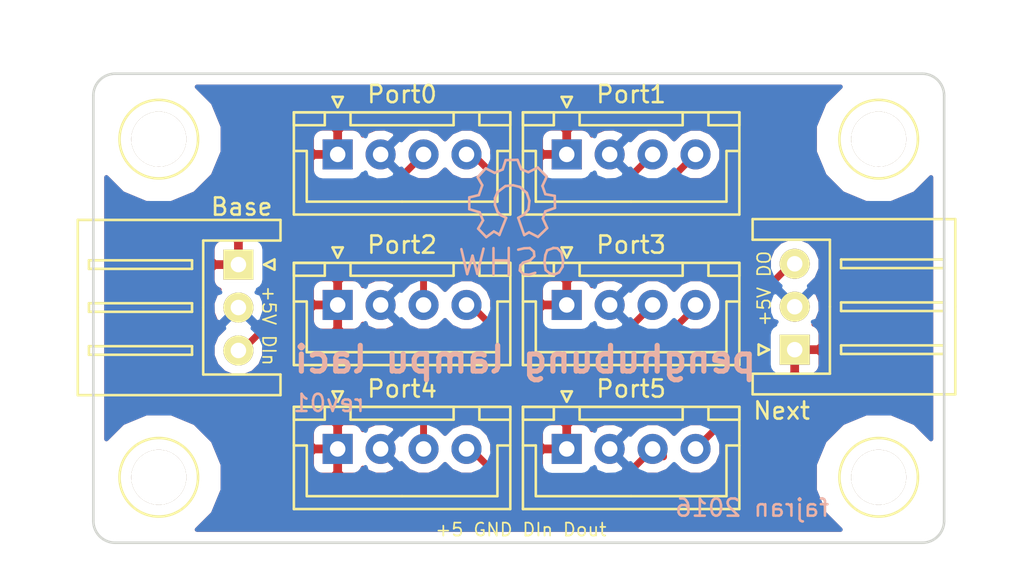
<source format=kicad_pcb>
(kicad_pcb (version 4) (host pcbnew 4.0.2+e4-6225~38~ubuntu15.04.1-stable)

  (general
    (links 21)
    (no_connects 0)
    (area 132.995999 103.023999 192.632001 136.244001)
    (thickness 1.6)
    (drawings 25)
    (tracks 37)
    (zones 0)
    (modules 13)
    (nets 10)
  )

  (page A4)
  (layers
    (0 F.Cu signal)
    (31 B.Cu signal)
    (32 B.Adhes user)
    (33 F.Adhes user)
    (34 B.Paste user)
    (35 F.Paste user)
    (36 B.SilkS user)
    (37 F.SilkS user)
    (38 B.Mask user)
    (39 F.Mask user)
    (40 Dwgs.User user)
    (41 Cmts.User user)
    (42 Eco1.User user)
    (43 Eco2.User user)
    (44 Edge.Cuts user)
    (45 Margin user)
    (46 B.CrtYd user)
    (47 F.CrtYd user)
    (48 B.Fab user)
    (49 F.Fab user)
  )

  (setup
    (last_trace_width 0.25)
    (trace_clearance 0.2)
    (zone_clearance 0.508)
    (zone_45_only no)
    (trace_min 0.2)
    (segment_width 0.2)
    (edge_width 0.15)
    (via_size 0.6)
    (via_drill 0.4)
    (via_min_size 0.4)
    (via_min_drill 0.3)
    (uvia_size 0.3)
    (uvia_drill 0.1)
    (uvias_allowed no)
    (uvia_min_size 0.2)
    (uvia_min_drill 0.1)
    (pcb_text_width 0.3)
    (pcb_text_size 1.5 1.5)
    (mod_edge_width 0.15)
    (mod_text_size 1 1)
    (mod_text_width 0.15)
    (pad_size 3.2 3.2)
    (pad_drill 3.2)
    (pad_to_mask_clearance 0.2)
    (aux_axis_origin 0 0)
    (visible_elements FFFEFF7F)
    (pcbplotparams
      (layerselection 0x010f0_80000001)
      (usegerberextensions false)
      (excludeedgelayer true)
      (linewidth 0.100000)
      (plotframeref false)
      (viasonmask false)
      (mode 1)
      (useauxorigin false)
      (hpglpennumber 1)
      (hpglpenspeed 20)
      (hpglpendiameter 15)
      (hpglpenoverlay 2)
      (psnegative false)
      (psa4output false)
      (plotreference true)
      (plotvalue true)
      (plotinvisibletext false)
      (padsonsilk false)
      (subtractmaskfromsilk false)
      (outputformat 1)
      (mirror false)
      (drillshape 0)
      (scaleselection 1)
      (outputdirectory ../gerber/))
  )

  (net 0 "")
  (net 1 +5V)
  (net 2 GND)
  (net 3 /Signal0)
  (net 4 /SignalX)
  (net 5 /Signal1)
  (net 6 /Signal2)
  (net 7 /Signal3)
  (net 8 /Signal4)
  (net 9 /Signal5)

  (net_class Default "This is the default net class."
    (clearance 0.2)
    (trace_width 0.25)
    (via_dia 0.6)
    (via_drill 0.4)
    (uvia_dia 0.3)
    (uvia_drill 0.1)
    (add_net +5V)
    (add_net GND)
  )

  (net_class Signal ""
    (clearance 0.2)
    (trace_width 0.4)
    (via_dia 0.6)
    (via_drill 0.4)
    (uvia_dia 0.3)
    (uvia_drill 0.1)
    (add_net /Signal0)
    (add_net /Signal1)
    (add_net /Signal2)
    (add_net /Signal3)
    (add_net /Signal4)
    (add_net /Signal5)
    (add_net /SignalX)
  )

  (module Connect:1pin (layer F.Cu) (tedit 579E5E9C) (tstamp 57896CD5)
    (at 184.15 130.81)
    (descr "module 1 pin (ou trou mecanique de percage)")
    (tags DEV)
    (fp_text reference REF** (at 0 -3.048) (layer F.SilkS) hide
      (effects (font (size 1 1) (thickness 0.15)))
    )
    (fp_text value 1pin (at 0 2.794) (layer F.Fab) hide
      (effects (font (size 1 1) (thickness 0.15)))
    )
    (fp_circle (center 0 0) (end 0 -2.286) (layer F.SilkS) (width 0.15))
    (pad 1 thru_hole circle (at 0 0) (size 3.2 3.2) (drill 3.2) (layers *.Cu *.Mask F.SilkS)
      (clearance 2))
  )

  (module Connect:1pin (layer F.Cu) (tedit 579E5E96) (tstamp 57896CCC)
    (at 184.15 111.125)
    (descr "module 1 pin (ou trou mecanique de percage)")
    (tags DEV)
    (fp_text reference REF** (at 0 -3.048) (layer F.SilkS) hide
      (effects (font (size 1 1) (thickness 0.15)))
    )
    (fp_text value 1pin (at 0 2.794) (layer F.Fab) hide
      (effects (font (size 1 1) (thickness 0.15)))
    )
    (fp_circle (center 0 0) (end 0 -2.286) (layer F.SilkS) (width 0.15))
    (pad 1 thru_hole circle (at 0 0) (size 3.2 3.2) (drill 3.2) (layers *.Cu *.Mask F.SilkS)
      (clearance 2))
  )

  (module Connect:1pin (layer F.Cu) (tedit 579E5E8F) (tstamp 57896CB0)
    (at 142.24 130.81)
    (descr "module 1 pin (ou trou mecanique de percage)")
    (tags DEV)
    (fp_text reference REF** (at 0 -3.048) (layer F.SilkS) hide
      (effects (font (size 1 1) (thickness 0.15)))
    )
    (fp_text value 1pin (at 0 2.794) (layer F.Fab) hide
      (effects (font (size 1 1) (thickness 0.15)))
    )
    (fp_circle (center 0 0) (end 0 -2.286) (layer F.SilkS) (width 0.15))
    (pad 1 thru_hole circle (at 0 0) (size 3.2 3.2) (drill 3.2) (layers *.Cu *.Mask F.SilkS)
      (clearance 2))
  )

  (module Connect:1pin (layer F.Cu) (tedit 579E5E77) (tstamp 5789697E)
    (at 142.24 111.125)
    (descr "module 1 pin (ou trou mecanique de percage)")
    (tags DEV)
    (fp_text reference REF** (at 0 -3.048) (layer F.SilkS) hide
      (effects (font (size 1 1) (thickness 0.15)))
    )
    (fp_text value 1pin (at 0 2.794) (layer F.Fab) hide
      (effects (font (size 1 1) (thickness 0.15)))
    )
    (fp_circle (center 0 0) (end 0 -2.286) (layer F.SilkS) (width 0.15))
    (pad 1 thru_hole circle (at 0 0) (size 3.2 3.2) (drill 3.2) (layers *.Cu *.Mask F.SilkS)
      (clearance 2))
  )

  (module Symbols:Symbol_OSHW-Logo_SilkScreen (layer B.Cu) (tedit 57896CCE) (tstamp 57896DD2)
    (at 162.814 114.808 180)
    (descr "Symbol, OSHW-Logo, Silk Screen,")
    (tags "Symbol, OSHW-Logo, Silk Screen,")
    (fp_text reference REF** (at 0.09906 4.38912 180) (layer B.SilkS) hide
      (effects (font (size 1 1) (thickness 0.15)) (justify mirror))
    )
    (fp_text value Symbol_OSHW-Logo_SilkScreen (at 0.30988 -6.56082 180) (layer B.Fab) hide
      (effects (font (size 1 1) (thickness 0.15)) (justify mirror))
    )
    (fp_line (start 1.66878 -2.68986) (end 2.02946 -4.16052) (layer B.SilkS) (width 0.15))
    (fp_line (start 2.02946 -4.16052) (end 2.30886 -3.0988) (layer B.SilkS) (width 0.15))
    (fp_line (start 2.30886 -3.0988) (end 2.61874 -4.17068) (layer B.SilkS) (width 0.15))
    (fp_line (start 2.61874 -4.17068) (end 2.9591 -2.72034) (layer B.SilkS) (width 0.15))
    (fp_line (start 0.24892 -3.38074) (end 1.03886 -3.37058) (layer B.SilkS) (width 0.15))
    (fp_line (start 1.03886 -3.37058) (end 1.04902 -3.38074) (layer B.SilkS) (width 0.15))
    (fp_line (start 1.04902 -3.38074) (end 1.04902 -3.37058) (layer B.SilkS) (width 0.15))
    (fp_line (start 1.08966 -2.65938) (end 1.08966 -4.20116) (layer B.SilkS) (width 0.15))
    (fp_line (start 0.20066 -2.64922) (end 0.20066 -4.21894) (layer B.SilkS) (width 0.15))
    (fp_line (start 0.20066 -4.21894) (end 0.21082 -4.20878) (layer B.SilkS) (width 0.15))
    (fp_line (start -0.35052 -2.75082) (end -0.70104 -2.66954) (layer B.SilkS) (width 0.15))
    (fp_line (start -0.70104 -2.66954) (end -1.02108 -2.65938) (layer B.SilkS) (width 0.15))
    (fp_line (start -1.02108 -2.65938) (end -1.25984 -2.86004) (layer B.SilkS) (width 0.15))
    (fp_line (start -1.25984 -2.86004) (end -1.29032 -3.12928) (layer B.SilkS) (width 0.15))
    (fp_line (start -1.29032 -3.12928) (end -1.04902 -3.37058) (layer B.SilkS) (width 0.15))
    (fp_line (start -1.04902 -3.37058) (end -0.6604 -3.50012) (layer B.SilkS) (width 0.15))
    (fp_line (start -0.6604 -3.50012) (end -0.48006 -3.66014) (layer B.SilkS) (width 0.15))
    (fp_line (start -0.48006 -3.66014) (end -0.43942 -3.95986) (layer B.SilkS) (width 0.15))
    (fp_line (start -0.43942 -3.95986) (end -0.67056 -4.18084) (layer B.SilkS) (width 0.15))
    (fp_line (start -0.67056 -4.18084) (end -0.9906 -4.20878) (layer B.SilkS) (width 0.15))
    (fp_line (start -0.9906 -4.20878) (end -1.34112 -4.09956) (layer B.SilkS) (width 0.15))
    (fp_line (start -2.37998 -2.64922) (end -2.6289 -2.66954) (layer B.SilkS) (width 0.15))
    (fp_line (start -2.6289 -2.66954) (end -2.8702 -2.91084) (layer B.SilkS) (width 0.15))
    (fp_line (start -2.8702 -2.91084) (end -2.9591 -3.40106) (layer B.SilkS) (width 0.15))
    (fp_line (start -2.9591 -3.40106) (end -2.93116 -3.74904) (layer B.SilkS) (width 0.15))
    (fp_line (start -2.93116 -3.74904) (end -2.7305 -4.06908) (layer B.SilkS) (width 0.15))
    (fp_line (start -2.7305 -4.06908) (end -2.47904 -4.191) (layer B.SilkS) (width 0.15))
    (fp_line (start -2.47904 -4.191) (end -2.16916 -4.11988) (layer B.SilkS) (width 0.15))
    (fp_line (start -2.16916 -4.11988) (end -1.95072 -3.93954) (layer B.SilkS) (width 0.15))
    (fp_line (start -1.95072 -3.93954) (end -1.8796 -3.4798) (layer B.SilkS) (width 0.15))
    (fp_line (start -1.8796 -3.4798) (end -1.9304 -3.07086) (layer B.SilkS) (width 0.15))
    (fp_line (start -1.9304 -3.07086) (end -2.03962 -2.78892) (layer B.SilkS) (width 0.15))
    (fp_line (start -2.03962 -2.78892) (end -2.4003 -2.65938) (layer B.SilkS) (width 0.15))
    (fp_line (start -1.78054 -0.92964) (end -2.03962 -1.49098) (layer B.SilkS) (width 0.15))
    (fp_line (start -2.03962 -1.49098) (end -1.50114 -2.00914) (layer B.SilkS) (width 0.15))
    (fp_line (start -1.50114 -2.00914) (end -0.98044 -1.7399) (layer B.SilkS) (width 0.15))
    (fp_line (start -0.98044 -1.7399) (end -0.70104 -1.89992) (layer B.SilkS) (width 0.15))
    (fp_line (start 0.73914 -1.8796) (end 1.06934 -1.6891) (layer B.SilkS) (width 0.15))
    (fp_line (start 1.06934 -1.6891) (end 1.50876 -2.0193) (layer B.SilkS) (width 0.15))
    (fp_line (start 1.50876 -2.0193) (end 1.9812 -1.52908) (layer B.SilkS) (width 0.15))
    (fp_line (start 1.9812 -1.52908) (end 1.69926 -1.04902) (layer B.SilkS) (width 0.15))
    (fp_line (start 1.69926 -1.04902) (end 1.88976 -0.57912) (layer B.SilkS) (width 0.15))
    (fp_line (start 1.88976 -0.57912) (end 2.49936 -0.39116) (layer B.SilkS) (width 0.15))
    (fp_line (start 2.49936 -0.39116) (end 2.49936 0.28956) (layer B.SilkS) (width 0.15))
    (fp_line (start 2.49936 0.28956) (end 1.94056 0.42926) (layer B.SilkS) (width 0.15))
    (fp_line (start 1.94056 0.42926) (end 1.7399 1.00076) (layer B.SilkS) (width 0.15))
    (fp_line (start 1.7399 1.00076) (end 2.00914 1.47066) (layer B.SilkS) (width 0.15))
    (fp_line (start 2.00914 1.47066) (end 1.53924 1.9812) (layer B.SilkS) (width 0.15))
    (fp_line (start 1.53924 1.9812) (end 1.02108 1.71958) (layer B.SilkS) (width 0.15))
    (fp_line (start 1.02108 1.71958) (end 0.55118 1.92024) (layer B.SilkS) (width 0.15))
    (fp_line (start 0.55118 1.92024) (end 0.381 2.46126) (layer B.SilkS) (width 0.15))
    (fp_line (start 0.381 2.46126) (end -0.30988 2.47904) (layer B.SilkS) (width 0.15))
    (fp_line (start -0.30988 2.47904) (end -0.5207 1.9304) (layer B.SilkS) (width 0.15))
    (fp_line (start -0.5207 1.9304) (end -0.9398 1.76022) (layer B.SilkS) (width 0.15))
    (fp_line (start -0.9398 1.76022) (end -1.49098 2.02946) (layer B.SilkS) (width 0.15))
    (fp_line (start -1.49098 2.02946) (end -2.00914 1.50114) (layer B.SilkS) (width 0.15))
    (fp_line (start -2.00914 1.50114) (end -1.76022 0.96012) (layer B.SilkS) (width 0.15))
    (fp_line (start -1.76022 0.96012) (end -1.9304 0.48006) (layer B.SilkS) (width 0.15))
    (fp_line (start -1.9304 0.48006) (end -2.47904 0.381) (layer B.SilkS) (width 0.15))
    (fp_line (start -2.47904 0.381) (end -2.4892 -0.32004) (layer B.SilkS) (width 0.15))
    (fp_line (start -2.4892 -0.32004) (end -1.9304 -0.5207) (layer B.SilkS) (width 0.15))
    (fp_line (start -1.9304 -0.5207) (end -1.7907 -0.91948) (layer B.SilkS) (width 0.15))
    (fp_line (start 0.35052 -0.89916) (end 0.65024 -0.7493) (layer B.SilkS) (width 0.15))
    (fp_line (start 0.65024 -0.7493) (end 0.8509 -0.55118) (layer B.SilkS) (width 0.15))
    (fp_line (start 0.8509 -0.55118) (end 1.00076 -0.14986) (layer B.SilkS) (width 0.15))
    (fp_line (start 1.00076 -0.14986) (end 1.00076 0.24892) (layer B.SilkS) (width 0.15))
    (fp_line (start 1.00076 0.24892) (end 0.8509 0.59944) (layer B.SilkS) (width 0.15))
    (fp_line (start 0.8509 0.59944) (end 0.39878 0.94996) (layer B.SilkS) (width 0.15))
    (fp_line (start 0.39878 0.94996) (end -0.0508 1.00076) (layer B.SilkS) (width 0.15))
    (fp_line (start -0.0508 1.00076) (end -0.44958 0.89916) (layer B.SilkS) (width 0.15))
    (fp_line (start -0.44958 0.89916) (end -0.8509 0.55118) (layer B.SilkS) (width 0.15))
    (fp_line (start -0.8509 0.55118) (end -1.00076 0.09906) (layer B.SilkS) (width 0.15))
    (fp_line (start -1.00076 0.09906) (end -0.94996 -0.39878) (layer B.SilkS) (width 0.15))
    (fp_line (start -0.94996 -0.39878) (end -0.70104 -0.70104) (layer B.SilkS) (width 0.15))
    (fp_line (start -0.70104 -0.70104) (end -0.35052 -0.89916) (layer B.SilkS) (width 0.15))
    (fp_line (start -0.35052 -0.89916) (end -0.70104 -1.89992) (layer B.SilkS) (width 0.15))
    (fp_line (start 0.35052 -0.89916) (end 0.7493 -1.89992) (layer B.SilkS) (width 0.15))
  )

  (module Connectors_JST:JST_XH_S03B-XH-A_03x2.50mm_Angled (layer F.Cu) (tedit 57A01060) (tstamp 57A0E62A)
    (at 146.8755 118.4275 270)
    (descr "JST XH series connector, S03B-XH-A, side entry type, through hole")
    (tags "connector jst xh tht side horizontal angled 2.50mm")
    (path /57896325)
    (fp_text reference Base (at -3.3655 -0.1905 360) (layer F.SilkS)
      (effects (font (size 1 1) (thickness 0.15)))
    )
    (fp_text value Base (at 2.5 10.3 270) (layer F.Fab)
      (effects (font (size 1 1) (thickness 0.15)))
    )
    (fp_line (start -2.95 -2.8) (end -2.95 9.7) (layer F.CrtYd) (width 0.05))
    (fp_line (start -2.95 9.7) (end 7.95 9.7) (layer F.CrtYd) (width 0.05))
    (fp_line (start 7.95 9.7) (end 7.95 -2.8) (layer F.CrtYd) (width 0.05))
    (fp_line (start 7.95 -2.8) (end -2.95 -2.8) (layer F.CrtYd) (width 0.05))
    (fp_line (start 2.5 9.35) (end -2.6 9.35) (layer F.SilkS) (width 0.15))
    (fp_line (start -2.6 9.35) (end -2.6 -2.45) (layer F.SilkS) (width 0.15))
    (fp_line (start -2.6 -2.45) (end -1.4 -2.45) (layer F.SilkS) (width 0.15))
    (fp_line (start -1.4 -2.45) (end -1.4 2.05) (layer F.SilkS) (width 0.15))
    (fp_line (start -1.4 2.05) (end 2.5 2.05) (layer F.SilkS) (width 0.15))
    (fp_line (start 2.5 9.35) (end 7.6 9.35) (layer F.SilkS) (width 0.15))
    (fp_line (start 7.6 9.35) (end 7.6 -2.45) (layer F.SilkS) (width 0.15))
    (fp_line (start 7.6 -2.45) (end 6.4 -2.45) (layer F.SilkS) (width 0.15))
    (fp_line (start 6.4 -2.45) (end 6.4 2.05) (layer F.SilkS) (width 0.15))
    (fp_line (start 6.4 2.05) (end 2.5 2.05) (layer F.SilkS) (width 0.15))
    (fp_line (start -0.25 2.7) (end -0.25 8.7) (layer F.SilkS) (width 0.15))
    (fp_line (start -0.25 8.7) (end 0.25 8.7) (layer F.SilkS) (width 0.15))
    (fp_line (start 0.25 8.7) (end 0.25 2.7) (layer F.SilkS) (width 0.15))
    (fp_line (start 0.25 2.7) (end -0.25 2.7) (layer F.SilkS) (width 0.15))
    (fp_line (start 2.25 2.7) (end 2.25 8.7) (layer F.SilkS) (width 0.15))
    (fp_line (start 2.25 8.7) (end 2.75 8.7) (layer F.SilkS) (width 0.15))
    (fp_line (start 2.75 8.7) (end 2.75 2.7) (layer F.SilkS) (width 0.15))
    (fp_line (start 2.75 2.7) (end 2.25 2.7) (layer F.SilkS) (width 0.15))
    (fp_line (start 4.75 2.7) (end 4.75 8.7) (layer F.SilkS) (width 0.15))
    (fp_line (start 4.75 8.7) (end 5.25 8.7) (layer F.SilkS) (width 0.15))
    (fp_line (start 5.25 8.7) (end 5.25 2.7) (layer F.SilkS) (width 0.15))
    (fp_line (start 5.25 2.7) (end 4.75 2.7) (layer F.SilkS) (width 0.15))
    (fp_line (start 0 -1.5) (end -0.3 -2.1) (layer F.SilkS) (width 0.15))
    (fp_line (start -0.3 -2.1) (end 0.3 -2.1) (layer F.SilkS) (width 0.15))
    (fp_line (start 0.3 -2.1) (end 0 -1.5) (layer F.SilkS) (width 0.15))
    (pad 1 thru_hole rect (at 0 0 270) (size 1.75 1.75) (drill 0.9) (layers *.Cu *.Mask F.SilkS)
      (net 2 GND))
    (pad 2 thru_hole circle (at 2.5 0 270) (size 1.75 1.75) (drill 0.9) (layers *.Cu *.Mask F.SilkS)
      (net 1 +5V))
    (pad 3 thru_hole circle (at 5 0 270) (size 1.75 1.75) (drill 0.9) (layers *.Cu *.Mask F.SilkS)
      (net 3 /Signal0))
    (model Connectors_JST.3dshapes/JST_XH_S03B-XH-A_03x2.50mm_Angled.wrl
      (at (xyz 0 0 0))
      (scale (xyz 1 1 1))
      (rotate (xyz 0 0 0))
    )
  )

  (module Connectors_JST:JST_XH_S03B-XH-A_03x2.50mm_Angled (layer F.Cu) (tedit 57A01071) (tstamp 57A0E631)
    (at 179.2605 123.3805 90)
    (descr "JST XH series connector, S03B-XH-A, side entry type, through hole")
    (tags "connector jst xh tht side horizontal angled 2.50mm")
    (path /57896591)
    (fp_text reference Next (at -3.556 -0.762 180) (layer F.SilkS)
      (effects (font (size 1 1) (thickness 0.15)))
    )
    (fp_text value Next (at 2.5 10.3 90) (layer F.Fab)
      (effects (font (size 1 1) (thickness 0.15)))
    )
    (fp_line (start -2.95 -2.8) (end -2.95 9.7) (layer F.CrtYd) (width 0.05))
    (fp_line (start -2.95 9.7) (end 7.95 9.7) (layer F.CrtYd) (width 0.05))
    (fp_line (start 7.95 9.7) (end 7.95 -2.8) (layer F.CrtYd) (width 0.05))
    (fp_line (start 7.95 -2.8) (end -2.95 -2.8) (layer F.CrtYd) (width 0.05))
    (fp_line (start 2.5 9.35) (end -2.6 9.35) (layer F.SilkS) (width 0.15))
    (fp_line (start -2.6 9.35) (end -2.6 -2.45) (layer F.SilkS) (width 0.15))
    (fp_line (start -2.6 -2.45) (end -1.4 -2.45) (layer F.SilkS) (width 0.15))
    (fp_line (start -1.4 -2.45) (end -1.4 2.05) (layer F.SilkS) (width 0.15))
    (fp_line (start -1.4 2.05) (end 2.5 2.05) (layer F.SilkS) (width 0.15))
    (fp_line (start 2.5 9.35) (end 7.6 9.35) (layer F.SilkS) (width 0.15))
    (fp_line (start 7.6 9.35) (end 7.6 -2.45) (layer F.SilkS) (width 0.15))
    (fp_line (start 7.6 -2.45) (end 6.4 -2.45) (layer F.SilkS) (width 0.15))
    (fp_line (start 6.4 -2.45) (end 6.4 2.05) (layer F.SilkS) (width 0.15))
    (fp_line (start 6.4 2.05) (end 2.5 2.05) (layer F.SilkS) (width 0.15))
    (fp_line (start -0.25 2.7) (end -0.25 8.7) (layer F.SilkS) (width 0.15))
    (fp_line (start -0.25 8.7) (end 0.25 8.7) (layer F.SilkS) (width 0.15))
    (fp_line (start 0.25 8.7) (end 0.25 2.7) (layer F.SilkS) (width 0.15))
    (fp_line (start 0.25 2.7) (end -0.25 2.7) (layer F.SilkS) (width 0.15))
    (fp_line (start 2.25 2.7) (end 2.25 8.7) (layer F.SilkS) (width 0.15))
    (fp_line (start 2.25 8.7) (end 2.75 8.7) (layer F.SilkS) (width 0.15))
    (fp_line (start 2.75 8.7) (end 2.75 2.7) (layer F.SilkS) (width 0.15))
    (fp_line (start 2.75 2.7) (end 2.25 2.7) (layer F.SilkS) (width 0.15))
    (fp_line (start 4.75 2.7) (end 4.75 8.7) (layer F.SilkS) (width 0.15))
    (fp_line (start 4.75 8.7) (end 5.25 8.7) (layer F.SilkS) (width 0.15))
    (fp_line (start 5.25 8.7) (end 5.25 2.7) (layer F.SilkS) (width 0.15))
    (fp_line (start 5.25 2.7) (end 4.75 2.7) (layer F.SilkS) (width 0.15))
    (fp_line (start 0 -1.5) (end -0.3 -2.1) (layer F.SilkS) (width 0.15))
    (fp_line (start -0.3 -2.1) (end 0.3 -2.1) (layer F.SilkS) (width 0.15))
    (fp_line (start 0.3 -2.1) (end 0 -1.5) (layer F.SilkS) (width 0.15))
    (pad 1 thru_hole rect (at 0 0 90) (size 1.75 1.75) (drill 0.9) (layers *.Cu *.Mask F.SilkS)
      (net 2 GND))
    (pad 2 thru_hole circle (at 2.5 0 90) (size 1.75 1.75) (drill 0.9) (layers *.Cu *.Mask F.SilkS)
      (net 1 +5V))
    (pad 3 thru_hole circle (at 5 0 90) (size 1.75 1.75) (drill 0.9) (layers *.Cu *.Mask F.SilkS)
      (net 4 /SignalX))
    (model Connectors_JST.3dshapes/JST_XH_S03B-XH-A_03x2.50mm_Angled.wrl
      (at (xyz 0 0 0))
      (scale (xyz 1 1 1))
      (rotate (xyz 0 0 0))
    )
  )

  (module Connectors_JST:JST_XH_B04B-XH-A_04x2.50mm_Straight (layer F.Cu) (tedit 56F0715A) (tstamp 57A0E639)
    (at 152.654 112.014)
    (descr "JST XH series connector, B04B-XH-A, top entry type, through hole")
    (tags "connector jst xh tht top vertical 2.50mm")
    (path /5789651A)
    (fp_text reference Port0 (at 3.75 -3.5) (layer F.SilkS)
      (effects (font (size 1 1) (thickness 0.15)))
    )
    (fp_text value Port0 (at 3.75 4.5) (layer F.Fab)
      (effects (font (size 1 1) (thickness 0.15)))
    )
    (fp_line (start -2.95 -2.85) (end -2.95 3.9) (layer F.CrtYd) (width 0.05))
    (fp_line (start -2.95 3.9) (end 10.4 3.9) (layer F.CrtYd) (width 0.05))
    (fp_line (start 10.4 3.9) (end 10.4 -2.85) (layer F.CrtYd) (width 0.05))
    (fp_line (start 10.4 -2.85) (end -2.95 -2.85) (layer F.CrtYd) (width 0.05))
    (fp_line (start -2.55 -2.45) (end -2.55 3.5) (layer F.SilkS) (width 0.15))
    (fp_line (start -2.55 3.5) (end 10.05 3.5) (layer F.SilkS) (width 0.15))
    (fp_line (start 10.05 3.5) (end 10.05 -2.45) (layer F.SilkS) (width 0.15))
    (fp_line (start 10.05 -2.45) (end -2.55 -2.45) (layer F.SilkS) (width 0.15))
    (fp_line (start 0.75 -2.45) (end 0.75 -1.7) (layer F.SilkS) (width 0.15))
    (fp_line (start 0.75 -1.7) (end 6.75 -1.7) (layer F.SilkS) (width 0.15))
    (fp_line (start 6.75 -1.7) (end 6.75 -2.45) (layer F.SilkS) (width 0.15))
    (fp_line (start 6.75 -2.45) (end 0.75 -2.45) (layer F.SilkS) (width 0.15))
    (fp_line (start -2.55 -2.45) (end -2.55 -1.7) (layer F.SilkS) (width 0.15))
    (fp_line (start -2.55 -1.7) (end -0.75 -1.7) (layer F.SilkS) (width 0.15))
    (fp_line (start -0.75 -1.7) (end -0.75 -2.45) (layer F.SilkS) (width 0.15))
    (fp_line (start -0.75 -2.45) (end -2.55 -2.45) (layer F.SilkS) (width 0.15))
    (fp_line (start 8.25 -2.45) (end 8.25 -1.7) (layer F.SilkS) (width 0.15))
    (fp_line (start 8.25 -1.7) (end 10.05 -1.7) (layer F.SilkS) (width 0.15))
    (fp_line (start 10.05 -1.7) (end 10.05 -2.45) (layer F.SilkS) (width 0.15))
    (fp_line (start 10.05 -2.45) (end 8.25 -2.45) (layer F.SilkS) (width 0.15))
    (fp_line (start -2.55 -0.2) (end -1.8 -0.2) (layer F.SilkS) (width 0.15))
    (fp_line (start -1.8 -0.2) (end -1.8 2.75) (layer F.SilkS) (width 0.15))
    (fp_line (start -1.8 2.75) (end 3.75 2.75) (layer F.SilkS) (width 0.15))
    (fp_line (start 10.05 -0.2) (end 9.3 -0.2) (layer F.SilkS) (width 0.15))
    (fp_line (start 9.3 -0.2) (end 9.3 2.75) (layer F.SilkS) (width 0.15))
    (fp_line (start 9.3 2.75) (end 3.75 2.75) (layer F.SilkS) (width 0.15))
    (fp_line (start 0 -2.75) (end -0.3 -3.35) (layer F.SilkS) (width 0.15))
    (fp_line (start -0.3 -3.35) (end 0.3 -3.35) (layer F.SilkS) (width 0.15))
    (fp_line (start 0.3 -3.35) (end 0 -2.75) (layer F.SilkS) (width 0.15))
    (pad 1 thru_hole rect (at 0 0) (size 1.75 1.75) (drill 0.9) (layers *.Cu *.Mask)
      (net 2 GND))
    (pad 2 thru_hole circle (at 2.5 0) (size 1.75 1.75) (drill 0.9) (layers *.Cu *.Mask)
      (net 1 +5V))
    (pad 3 thru_hole circle (at 5 0) (size 1.75 1.75) (drill 0.9) (layers *.Cu *.Mask)
      (net 3 /Signal0))
    (pad 4 thru_hole circle (at 7.5 0) (size 1.75 1.75) (drill 0.9) (layers *.Cu *.Mask)
      (net 5 /Signal1))
    (model Connectors_JST.3dshapes/JST_XH_B04B-XH-A_04x2.50mm_Straight.wrl
      (at (xyz 0 0 0))
      (scale (xyz 1 1 1))
      (rotate (xyz 0 0 0))
    )
  )

  (module Connectors_JST:JST_XH_B04B-XH-A_04x2.50mm_Straight (layer F.Cu) (tedit 56F0715A) (tstamp 57A0E641)
    (at 165.989 112.014)
    (descr "JST XH series connector, B04B-XH-A, top entry type, through hole")
    (tags "connector jst xh tht top vertical 2.50mm")
    (path /578964B7)
    (fp_text reference Port1 (at 3.75 -3.5) (layer F.SilkS)
      (effects (font (size 1 1) (thickness 0.15)))
    )
    (fp_text value Port1 (at 3.75 4.5) (layer F.Fab)
      (effects (font (size 1 1) (thickness 0.15)))
    )
    (fp_line (start -2.95 -2.85) (end -2.95 3.9) (layer F.CrtYd) (width 0.05))
    (fp_line (start -2.95 3.9) (end 10.4 3.9) (layer F.CrtYd) (width 0.05))
    (fp_line (start 10.4 3.9) (end 10.4 -2.85) (layer F.CrtYd) (width 0.05))
    (fp_line (start 10.4 -2.85) (end -2.95 -2.85) (layer F.CrtYd) (width 0.05))
    (fp_line (start -2.55 -2.45) (end -2.55 3.5) (layer F.SilkS) (width 0.15))
    (fp_line (start -2.55 3.5) (end 10.05 3.5) (layer F.SilkS) (width 0.15))
    (fp_line (start 10.05 3.5) (end 10.05 -2.45) (layer F.SilkS) (width 0.15))
    (fp_line (start 10.05 -2.45) (end -2.55 -2.45) (layer F.SilkS) (width 0.15))
    (fp_line (start 0.75 -2.45) (end 0.75 -1.7) (layer F.SilkS) (width 0.15))
    (fp_line (start 0.75 -1.7) (end 6.75 -1.7) (layer F.SilkS) (width 0.15))
    (fp_line (start 6.75 -1.7) (end 6.75 -2.45) (layer F.SilkS) (width 0.15))
    (fp_line (start 6.75 -2.45) (end 0.75 -2.45) (layer F.SilkS) (width 0.15))
    (fp_line (start -2.55 -2.45) (end -2.55 -1.7) (layer F.SilkS) (width 0.15))
    (fp_line (start -2.55 -1.7) (end -0.75 -1.7) (layer F.SilkS) (width 0.15))
    (fp_line (start -0.75 -1.7) (end -0.75 -2.45) (layer F.SilkS) (width 0.15))
    (fp_line (start -0.75 -2.45) (end -2.55 -2.45) (layer F.SilkS) (width 0.15))
    (fp_line (start 8.25 -2.45) (end 8.25 -1.7) (layer F.SilkS) (width 0.15))
    (fp_line (start 8.25 -1.7) (end 10.05 -1.7) (layer F.SilkS) (width 0.15))
    (fp_line (start 10.05 -1.7) (end 10.05 -2.45) (layer F.SilkS) (width 0.15))
    (fp_line (start 10.05 -2.45) (end 8.25 -2.45) (layer F.SilkS) (width 0.15))
    (fp_line (start -2.55 -0.2) (end -1.8 -0.2) (layer F.SilkS) (width 0.15))
    (fp_line (start -1.8 -0.2) (end -1.8 2.75) (layer F.SilkS) (width 0.15))
    (fp_line (start -1.8 2.75) (end 3.75 2.75) (layer F.SilkS) (width 0.15))
    (fp_line (start 10.05 -0.2) (end 9.3 -0.2) (layer F.SilkS) (width 0.15))
    (fp_line (start 9.3 -0.2) (end 9.3 2.75) (layer F.SilkS) (width 0.15))
    (fp_line (start 9.3 2.75) (end 3.75 2.75) (layer F.SilkS) (width 0.15))
    (fp_line (start 0 -2.75) (end -0.3 -3.35) (layer F.SilkS) (width 0.15))
    (fp_line (start -0.3 -3.35) (end 0.3 -3.35) (layer F.SilkS) (width 0.15))
    (fp_line (start 0.3 -3.35) (end 0 -2.75) (layer F.SilkS) (width 0.15))
    (pad 1 thru_hole rect (at 0 0) (size 1.75 1.75) (drill 0.9) (layers *.Cu *.Mask)
      (net 2 GND))
    (pad 2 thru_hole circle (at 2.5 0) (size 1.75 1.75) (drill 0.9) (layers *.Cu *.Mask)
      (net 1 +5V))
    (pad 3 thru_hole circle (at 5 0) (size 1.75 1.75) (drill 0.9) (layers *.Cu *.Mask)
      (net 5 /Signal1))
    (pad 4 thru_hole circle (at 7.5 0) (size 1.75 1.75) (drill 0.9) (layers *.Cu *.Mask)
      (net 6 /Signal2))
    (model Connectors_JST.3dshapes/JST_XH_B04B-XH-A_04x2.50mm_Straight.wrl
      (at (xyz 0 0 0))
      (scale (xyz 1 1 1))
      (rotate (xyz 0 0 0))
    )
  )

  (module Connectors_JST:JST_XH_B04B-XH-A_04x2.50mm_Straight (layer F.Cu) (tedit 56F0715A) (tstamp 57A0E649)
    (at 152.654 120.777)
    (descr "JST XH series connector, B04B-XH-A, top entry type, through hole")
    (tags "connector jst xh tht top vertical 2.50mm")
    (path /5789645E)
    (fp_text reference Port2 (at 3.75 -3.5) (layer F.SilkS)
      (effects (font (size 1 1) (thickness 0.15)))
    )
    (fp_text value Port2 (at 3.75 4.5) (layer F.Fab)
      (effects (font (size 1 1) (thickness 0.15)))
    )
    (fp_line (start -2.95 -2.85) (end -2.95 3.9) (layer F.CrtYd) (width 0.05))
    (fp_line (start -2.95 3.9) (end 10.4 3.9) (layer F.CrtYd) (width 0.05))
    (fp_line (start 10.4 3.9) (end 10.4 -2.85) (layer F.CrtYd) (width 0.05))
    (fp_line (start 10.4 -2.85) (end -2.95 -2.85) (layer F.CrtYd) (width 0.05))
    (fp_line (start -2.55 -2.45) (end -2.55 3.5) (layer F.SilkS) (width 0.15))
    (fp_line (start -2.55 3.5) (end 10.05 3.5) (layer F.SilkS) (width 0.15))
    (fp_line (start 10.05 3.5) (end 10.05 -2.45) (layer F.SilkS) (width 0.15))
    (fp_line (start 10.05 -2.45) (end -2.55 -2.45) (layer F.SilkS) (width 0.15))
    (fp_line (start 0.75 -2.45) (end 0.75 -1.7) (layer F.SilkS) (width 0.15))
    (fp_line (start 0.75 -1.7) (end 6.75 -1.7) (layer F.SilkS) (width 0.15))
    (fp_line (start 6.75 -1.7) (end 6.75 -2.45) (layer F.SilkS) (width 0.15))
    (fp_line (start 6.75 -2.45) (end 0.75 -2.45) (layer F.SilkS) (width 0.15))
    (fp_line (start -2.55 -2.45) (end -2.55 -1.7) (layer F.SilkS) (width 0.15))
    (fp_line (start -2.55 -1.7) (end -0.75 -1.7) (layer F.SilkS) (width 0.15))
    (fp_line (start -0.75 -1.7) (end -0.75 -2.45) (layer F.SilkS) (width 0.15))
    (fp_line (start -0.75 -2.45) (end -2.55 -2.45) (layer F.SilkS) (width 0.15))
    (fp_line (start 8.25 -2.45) (end 8.25 -1.7) (layer F.SilkS) (width 0.15))
    (fp_line (start 8.25 -1.7) (end 10.05 -1.7) (layer F.SilkS) (width 0.15))
    (fp_line (start 10.05 -1.7) (end 10.05 -2.45) (layer F.SilkS) (width 0.15))
    (fp_line (start 10.05 -2.45) (end 8.25 -2.45) (layer F.SilkS) (width 0.15))
    (fp_line (start -2.55 -0.2) (end -1.8 -0.2) (layer F.SilkS) (width 0.15))
    (fp_line (start -1.8 -0.2) (end -1.8 2.75) (layer F.SilkS) (width 0.15))
    (fp_line (start -1.8 2.75) (end 3.75 2.75) (layer F.SilkS) (width 0.15))
    (fp_line (start 10.05 -0.2) (end 9.3 -0.2) (layer F.SilkS) (width 0.15))
    (fp_line (start 9.3 -0.2) (end 9.3 2.75) (layer F.SilkS) (width 0.15))
    (fp_line (start 9.3 2.75) (end 3.75 2.75) (layer F.SilkS) (width 0.15))
    (fp_line (start 0 -2.75) (end -0.3 -3.35) (layer F.SilkS) (width 0.15))
    (fp_line (start -0.3 -3.35) (end 0.3 -3.35) (layer F.SilkS) (width 0.15))
    (fp_line (start 0.3 -3.35) (end 0 -2.75) (layer F.SilkS) (width 0.15))
    (pad 1 thru_hole rect (at 0 0) (size 1.75 1.75) (drill 0.9) (layers *.Cu *.Mask)
      (net 2 GND))
    (pad 2 thru_hole circle (at 2.5 0) (size 1.75 1.75) (drill 0.9) (layers *.Cu *.Mask)
      (net 1 +5V))
    (pad 3 thru_hole circle (at 5 0) (size 1.75 1.75) (drill 0.9) (layers *.Cu *.Mask)
      (net 6 /Signal2))
    (pad 4 thru_hole circle (at 7.5 0) (size 1.75 1.75) (drill 0.9) (layers *.Cu *.Mask)
      (net 7 /Signal3))
    (model Connectors_JST.3dshapes/JST_XH_B04B-XH-A_04x2.50mm_Straight.wrl
      (at (xyz 0 0 0))
      (scale (xyz 1 1 1))
      (rotate (xyz 0 0 0))
    )
  )

  (module Connectors_JST:JST_XH_B04B-XH-A_04x2.50mm_Straight (layer F.Cu) (tedit 56F0715A) (tstamp 57A0E651)
    (at 165.989 120.777)
    (descr "JST XH series connector, B04B-XH-A, top entry type, through hole")
    (tags "connector jst xh tht top vertical 2.50mm")
    (path /57896421)
    (fp_text reference Port3 (at 3.75 -3.5) (layer F.SilkS)
      (effects (font (size 1 1) (thickness 0.15)))
    )
    (fp_text value Port3 (at 3.75 4.5) (layer F.Fab)
      (effects (font (size 1 1) (thickness 0.15)))
    )
    (fp_line (start -2.95 -2.85) (end -2.95 3.9) (layer F.CrtYd) (width 0.05))
    (fp_line (start -2.95 3.9) (end 10.4 3.9) (layer F.CrtYd) (width 0.05))
    (fp_line (start 10.4 3.9) (end 10.4 -2.85) (layer F.CrtYd) (width 0.05))
    (fp_line (start 10.4 -2.85) (end -2.95 -2.85) (layer F.CrtYd) (width 0.05))
    (fp_line (start -2.55 -2.45) (end -2.55 3.5) (layer F.SilkS) (width 0.15))
    (fp_line (start -2.55 3.5) (end 10.05 3.5) (layer F.SilkS) (width 0.15))
    (fp_line (start 10.05 3.5) (end 10.05 -2.45) (layer F.SilkS) (width 0.15))
    (fp_line (start 10.05 -2.45) (end -2.55 -2.45) (layer F.SilkS) (width 0.15))
    (fp_line (start 0.75 -2.45) (end 0.75 -1.7) (layer F.SilkS) (width 0.15))
    (fp_line (start 0.75 -1.7) (end 6.75 -1.7) (layer F.SilkS) (width 0.15))
    (fp_line (start 6.75 -1.7) (end 6.75 -2.45) (layer F.SilkS) (width 0.15))
    (fp_line (start 6.75 -2.45) (end 0.75 -2.45) (layer F.SilkS) (width 0.15))
    (fp_line (start -2.55 -2.45) (end -2.55 -1.7) (layer F.SilkS) (width 0.15))
    (fp_line (start -2.55 -1.7) (end -0.75 -1.7) (layer F.SilkS) (width 0.15))
    (fp_line (start -0.75 -1.7) (end -0.75 -2.45) (layer F.SilkS) (width 0.15))
    (fp_line (start -0.75 -2.45) (end -2.55 -2.45) (layer F.SilkS) (width 0.15))
    (fp_line (start 8.25 -2.45) (end 8.25 -1.7) (layer F.SilkS) (width 0.15))
    (fp_line (start 8.25 -1.7) (end 10.05 -1.7) (layer F.SilkS) (width 0.15))
    (fp_line (start 10.05 -1.7) (end 10.05 -2.45) (layer F.SilkS) (width 0.15))
    (fp_line (start 10.05 -2.45) (end 8.25 -2.45) (layer F.SilkS) (width 0.15))
    (fp_line (start -2.55 -0.2) (end -1.8 -0.2) (layer F.SilkS) (width 0.15))
    (fp_line (start -1.8 -0.2) (end -1.8 2.75) (layer F.SilkS) (width 0.15))
    (fp_line (start -1.8 2.75) (end 3.75 2.75) (layer F.SilkS) (width 0.15))
    (fp_line (start 10.05 -0.2) (end 9.3 -0.2) (layer F.SilkS) (width 0.15))
    (fp_line (start 9.3 -0.2) (end 9.3 2.75) (layer F.SilkS) (width 0.15))
    (fp_line (start 9.3 2.75) (end 3.75 2.75) (layer F.SilkS) (width 0.15))
    (fp_line (start 0 -2.75) (end -0.3 -3.35) (layer F.SilkS) (width 0.15))
    (fp_line (start -0.3 -3.35) (end 0.3 -3.35) (layer F.SilkS) (width 0.15))
    (fp_line (start 0.3 -3.35) (end 0 -2.75) (layer F.SilkS) (width 0.15))
    (pad 1 thru_hole rect (at 0 0) (size 1.75 1.75) (drill 0.9) (layers *.Cu *.Mask)
      (net 2 GND))
    (pad 2 thru_hole circle (at 2.5 0) (size 1.75 1.75) (drill 0.9) (layers *.Cu *.Mask)
      (net 1 +5V))
    (pad 3 thru_hole circle (at 5 0) (size 1.75 1.75) (drill 0.9) (layers *.Cu *.Mask)
      (net 7 /Signal3))
    (pad 4 thru_hole circle (at 7.5 0) (size 1.75 1.75) (drill 0.9) (layers *.Cu *.Mask)
      (net 8 /Signal4))
    (model Connectors_JST.3dshapes/JST_XH_B04B-XH-A_04x2.50mm_Straight.wrl
      (at (xyz 0 0 0))
      (scale (xyz 1 1 1))
      (rotate (xyz 0 0 0))
    )
  )

  (module Connectors_JST:JST_XH_B04B-XH-A_04x2.50mm_Straight (layer F.Cu) (tedit 56F0715A) (tstamp 57A0E659)
    (at 152.654 129.159)
    (descr "JST XH series connector, B04B-XH-A, top entry type, through hole")
    (tags "connector jst xh tht top vertical 2.50mm")
    (path /578963CA)
    (fp_text reference Port4 (at 3.75 -3.5) (layer F.SilkS)
      (effects (font (size 1 1) (thickness 0.15)))
    )
    (fp_text value Port4 (at 3.75 4.5) (layer F.Fab)
      (effects (font (size 1 1) (thickness 0.15)))
    )
    (fp_line (start -2.95 -2.85) (end -2.95 3.9) (layer F.CrtYd) (width 0.05))
    (fp_line (start -2.95 3.9) (end 10.4 3.9) (layer F.CrtYd) (width 0.05))
    (fp_line (start 10.4 3.9) (end 10.4 -2.85) (layer F.CrtYd) (width 0.05))
    (fp_line (start 10.4 -2.85) (end -2.95 -2.85) (layer F.CrtYd) (width 0.05))
    (fp_line (start -2.55 -2.45) (end -2.55 3.5) (layer F.SilkS) (width 0.15))
    (fp_line (start -2.55 3.5) (end 10.05 3.5) (layer F.SilkS) (width 0.15))
    (fp_line (start 10.05 3.5) (end 10.05 -2.45) (layer F.SilkS) (width 0.15))
    (fp_line (start 10.05 -2.45) (end -2.55 -2.45) (layer F.SilkS) (width 0.15))
    (fp_line (start 0.75 -2.45) (end 0.75 -1.7) (layer F.SilkS) (width 0.15))
    (fp_line (start 0.75 -1.7) (end 6.75 -1.7) (layer F.SilkS) (width 0.15))
    (fp_line (start 6.75 -1.7) (end 6.75 -2.45) (layer F.SilkS) (width 0.15))
    (fp_line (start 6.75 -2.45) (end 0.75 -2.45) (layer F.SilkS) (width 0.15))
    (fp_line (start -2.55 -2.45) (end -2.55 -1.7) (layer F.SilkS) (width 0.15))
    (fp_line (start -2.55 -1.7) (end -0.75 -1.7) (layer F.SilkS) (width 0.15))
    (fp_line (start -0.75 -1.7) (end -0.75 -2.45) (layer F.SilkS) (width 0.15))
    (fp_line (start -0.75 -2.45) (end -2.55 -2.45) (layer F.SilkS) (width 0.15))
    (fp_line (start 8.25 -2.45) (end 8.25 -1.7) (layer F.SilkS) (width 0.15))
    (fp_line (start 8.25 -1.7) (end 10.05 -1.7) (layer F.SilkS) (width 0.15))
    (fp_line (start 10.05 -1.7) (end 10.05 -2.45) (layer F.SilkS) (width 0.15))
    (fp_line (start 10.05 -2.45) (end 8.25 -2.45) (layer F.SilkS) (width 0.15))
    (fp_line (start -2.55 -0.2) (end -1.8 -0.2) (layer F.SilkS) (width 0.15))
    (fp_line (start -1.8 -0.2) (end -1.8 2.75) (layer F.SilkS) (width 0.15))
    (fp_line (start -1.8 2.75) (end 3.75 2.75) (layer F.SilkS) (width 0.15))
    (fp_line (start 10.05 -0.2) (end 9.3 -0.2) (layer F.SilkS) (width 0.15))
    (fp_line (start 9.3 -0.2) (end 9.3 2.75) (layer F.SilkS) (width 0.15))
    (fp_line (start 9.3 2.75) (end 3.75 2.75) (layer F.SilkS) (width 0.15))
    (fp_line (start 0 -2.75) (end -0.3 -3.35) (layer F.SilkS) (width 0.15))
    (fp_line (start -0.3 -3.35) (end 0.3 -3.35) (layer F.SilkS) (width 0.15))
    (fp_line (start 0.3 -3.35) (end 0 -2.75) (layer F.SilkS) (width 0.15))
    (pad 1 thru_hole rect (at 0 0) (size 1.75 1.75) (drill 0.9) (layers *.Cu *.Mask)
      (net 2 GND))
    (pad 2 thru_hole circle (at 2.5 0) (size 1.75 1.75) (drill 0.9) (layers *.Cu *.Mask)
      (net 1 +5V))
    (pad 3 thru_hole circle (at 5 0) (size 1.75 1.75) (drill 0.9) (layers *.Cu *.Mask)
      (net 8 /Signal4))
    (pad 4 thru_hole circle (at 7.5 0) (size 1.75 1.75) (drill 0.9) (layers *.Cu *.Mask)
      (net 9 /Signal5))
    (model Connectors_JST.3dshapes/JST_XH_B04B-XH-A_04x2.50mm_Straight.wrl
      (at (xyz 0 0 0))
      (scale (xyz 1 1 1))
      (rotate (xyz 0 0 0))
    )
  )

  (module Connectors_JST:JST_XH_B04B-XH-A_04x2.50mm_Straight (layer F.Cu) (tedit 56F0715A) (tstamp 57A0E661)
    (at 165.989 129.159)
    (descr "JST XH series connector, B04B-XH-A, top entry type, through hole")
    (tags "connector jst xh tht top vertical 2.50mm")
    (path /57897448)
    (fp_text reference Port5 (at 3.75 -3.5) (layer F.SilkS)
      (effects (font (size 1 1) (thickness 0.15)))
    )
    (fp_text value Port5 (at 3.75 4.5) (layer F.Fab)
      (effects (font (size 1 1) (thickness 0.15)))
    )
    (fp_line (start -2.95 -2.85) (end -2.95 3.9) (layer F.CrtYd) (width 0.05))
    (fp_line (start -2.95 3.9) (end 10.4 3.9) (layer F.CrtYd) (width 0.05))
    (fp_line (start 10.4 3.9) (end 10.4 -2.85) (layer F.CrtYd) (width 0.05))
    (fp_line (start 10.4 -2.85) (end -2.95 -2.85) (layer F.CrtYd) (width 0.05))
    (fp_line (start -2.55 -2.45) (end -2.55 3.5) (layer F.SilkS) (width 0.15))
    (fp_line (start -2.55 3.5) (end 10.05 3.5) (layer F.SilkS) (width 0.15))
    (fp_line (start 10.05 3.5) (end 10.05 -2.45) (layer F.SilkS) (width 0.15))
    (fp_line (start 10.05 -2.45) (end -2.55 -2.45) (layer F.SilkS) (width 0.15))
    (fp_line (start 0.75 -2.45) (end 0.75 -1.7) (layer F.SilkS) (width 0.15))
    (fp_line (start 0.75 -1.7) (end 6.75 -1.7) (layer F.SilkS) (width 0.15))
    (fp_line (start 6.75 -1.7) (end 6.75 -2.45) (layer F.SilkS) (width 0.15))
    (fp_line (start 6.75 -2.45) (end 0.75 -2.45) (layer F.SilkS) (width 0.15))
    (fp_line (start -2.55 -2.45) (end -2.55 -1.7) (layer F.SilkS) (width 0.15))
    (fp_line (start -2.55 -1.7) (end -0.75 -1.7) (layer F.SilkS) (width 0.15))
    (fp_line (start -0.75 -1.7) (end -0.75 -2.45) (layer F.SilkS) (width 0.15))
    (fp_line (start -0.75 -2.45) (end -2.55 -2.45) (layer F.SilkS) (width 0.15))
    (fp_line (start 8.25 -2.45) (end 8.25 -1.7) (layer F.SilkS) (width 0.15))
    (fp_line (start 8.25 -1.7) (end 10.05 -1.7) (layer F.SilkS) (width 0.15))
    (fp_line (start 10.05 -1.7) (end 10.05 -2.45) (layer F.SilkS) (width 0.15))
    (fp_line (start 10.05 -2.45) (end 8.25 -2.45) (layer F.SilkS) (width 0.15))
    (fp_line (start -2.55 -0.2) (end -1.8 -0.2) (layer F.SilkS) (width 0.15))
    (fp_line (start -1.8 -0.2) (end -1.8 2.75) (layer F.SilkS) (width 0.15))
    (fp_line (start -1.8 2.75) (end 3.75 2.75) (layer F.SilkS) (width 0.15))
    (fp_line (start 10.05 -0.2) (end 9.3 -0.2) (layer F.SilkS) (width 0.15))
    (fp_line (start 9.3 -0.2) (end 9.3 2.75) (layer F.SilkS) (width 0.15))
    (fp_line (start 9.3 2.75) (end 3.75 2.75) (layer F.SilkS) (width 0.15))
    (fp_line (start 0 -2.75) (end -0.3 -3.35) (layer F.SilkS) (width 0.15))
    (fp_line (start -0.3 -3.35) (end 0.3 -3.35) (layer F.SilkS) (width 0.15))
    (fp_line (start 0.3 -3.35) (end 0 -2.75) (layer F.SilkS) (width 0.15))
    (pad 1 thru_hole rect (at 0 0) (size 1.75 1.75) (drill 0.9) (layers *.Cu *.Mask)
      (net 2 GND))
    (pad 2 thru_hole circle (at 2.5 0) (size 1.75 1.75) (drill 0.9) (layers *.Cu *.Mask)
      (net 1 +5V))
    (pad 3 thru_hole circle (at 5 0) (size 1.75 1.75) (drill 0.9) (layers *.Cu *.Mask)
      (net 9 /Signal5))
    (pad 4 thru_hole circle (at 7.5 0) (size 1.75 1.75) (drill 0.9) (layers *.Cu *.Mask)
      (net 4 /SignalX))
    (model Connectors_JST.3dshapes/JST_XH_B04B-XH-A_04x2.50mm_Straight.wrl
      (at (xyz 0 0 0))
      (scale (xyz 1 1 1))
      (rotate (xyz 0 0 0))
    )
  )

  (gr_text "+5V DO" (at 177.4825 119.8245 90) (layer F.SilkS)
    (effects (font (size 0.75 0.75) (thickness 0.1)))
  )
  (gr_text "+5V DIn" (at 148.6535 121.9835 270) (layer F.SilkS)
    (effects (font (size 0.75 0.75) (thickness 0.1)))
  )
  (gr_text "+5 GND DIn Dout" (at 163.322 133.858) (layer F.SilkS)
    (effects (font (size 0.75 0.75) (thickness 0.1)))
  )
  (gr_text rev01 (at 152.146 126.492) (layer B.SilkS)
    (effects (font (size 1 1) (thickness 0.15)) (justify mirror))
  )
  (gr_line (start 176.53 104.14) (end 176.53 135.636) (angle 90) (layer Eco1.User) (width 0.2))
  (gr_line (start 149.606 103.124) (end 149.606 136.144) (angle 90) (layer Eco1.User) (width 0.2))
  (gr_line (start 138.176 104.648) (end 147.828 104.648) (angle 90) (layer Eco1.User) (width 0.2))
  (gr_line (start 187.96 104.648) (end 178.308 104.648) (angle 90) (layer Eco1.User) (width 0.2))
  (gr_line (start 163.068 105.664) (end 163.068 136.144) (angle 90) (layer Eco1.User) (width 0.2))
  (gr_line (start 187.96 106.172) (end 165.608 106.172) (angle 90) (layer Eco1.User) (width 0.2))
  (gr_line (start 138.176 106.172) (end 160.528 106.172) (angle 90) (layer Eco1.User) (width 0.2))
  (gr_line (start 133.096 120.904) (end 192.532 120.904) (angle 90) (layer Eco1.User) (width 0.2))
  (gr_line (start 134.112 122.428) (end 134.112 134.62) (angle 90) (layer Eco1.User) (width 0.2))
  (gr_line (start 134.112 119.38) (end 134.112 107.188) (angle 90) (layer Eco1.User) (width 0.2))
  (gr_line (start 134.112 107.188) (end 134.112 119.38) (angle 90) (layer Eco1.User) (width 0.2))
  (gr_text "penghubung lampu laci" (at 163.576 123.952) (layer B.SilkS)
    (effects (font (size 1.5 1.5) (thickness 0.3)) (justify mirror))
  )
  (gr_text "fajran 2016" (at 176.784 132.588) (layer B.SilkS)
    (effects (font (size 1 1) (thickness 0.15)) (justify mirror))
  )
  (gr_arc (start 139.7 108.585) (end 138.43 108.585) (angle 90) (layer Edge.Cuts) (width 0.15))
  (gr_arc (start 139.7 133.35) (end 139.7 134.62) (angle 90) (layer Edge.Cuts) (width 0.15))
  (gr_arc (start 186.69 133.35) (end 187.96 133.35) (angle 90) (layer Edge.Cuts) (width 0.15))
  (gr_arc (start 186.69 108.585) (end 186.69 107.315) (angle 90) (layer Edge.Cuts) (width 0.15))
  (gr_line (start 186.69 107.315) (end 139.7 107.315) (angle 90) (layer Edge.Cuts) (width 0.15))
  (gr_line (start 187.96 133.35) (end 187.96 108.585) (angle 90) (layer Edge.Cuts) (width 0.15))
  (gr_line (start 139.7 134.62) (end 186.69 134.62) (angle 90) (layer Edge.Cuts) (width 0.15))
  (gr_line (start 138.43 108.585) (end 138.43 133.35) (angle 90) (layer Edge.Cuts) (width 0.15))

  (segment (start 146.8755 123.4275) (end 147.0825 123.4275) (width 0.4) (layer F.Cu) (net 3))
  (segment (start 147.0825 123.4275) (end 148.59 121.92) (width 0.4) (layer F.Cu) (net 3) (tstamp 57A0E8D8))
  (segment (start 148.59 121.92) (end 148.59 116.84) (width 0.4) (layer F.Cu) (net 3) (tstamp 57A0E8DB))
  (segment (start 148.59 116.84) (end 151.638 113.792) (width 0.4) (layer F.Cu) (net 3) (tstamp 57A0E8DD))
  (segment (start 151.638 113.792) (end 155.876 113.792) (width 0.4) (layer F.Cu) (net 3) (tstamp 57A0E8DF))
  (segment (start 155.876 113.792) (end 157.654 112.014) (width 0.4) (layer F.Cu) (net 3) (tstamp 57A0E8E1))
  (segment (start 179.2605 118.3805) (end 179.0535 118.3805) (width 0.4) (layer F.Cu) (net 4))
  (segment (start 179.0535 118.3805) (end 177.546 119.888) (width 0.4) (layer F.Cu) (net 4) (tstamp 57A0E91C))
  (segment (start 177.546 119.888) (end 177.546 125.102) (width 0.4) (layer F.Cu) (net 4) (tstamp 57A0E91D))
  (segment (start 177.546 125.102) (end 173.489 129.159) (width 0.4) (layer F.Cu) (net 4) (tstamp 57A0E91E))
  (segment (start 173.489 129.159) (end 173.609 129.159) (width 0.4) (layer F.Cu) (net 4))
  (segment (start 160.154 112.014) (end 160.528 112.014) (width 0.4) (layer F.Cu) (net 5))
  (segment (start 160.528 112.014) (end 162.306 113.792) (width 0.4) (layer F.Cu) (net 5) (tstamp 57A0E8EA))
  (segment (start 169.211 113.792) (end 170.989 112.014) (width 0.4) (layer F.Cu) (net 5) (tstamp 57A0E8ED))
  (segment (start 162.306 113.792) (end 169.211 113.792) (width 0.4) (layer F.Cu) (net 5) (tstamp 57A0E8EB))
  (segment (start 160.154 112.014) (end 160.154 111.88) (width 0.4) (layer F.Cu) (net 5))
  (segment (start 173.489 112.014) (end 173.482 112.014) (width 0.4) (layer F.Cu) (net 6))
  (segment (start 173.482 112.014) (end 170.688 114.808) (width 0.4) (layer F.Cu) (net 6) (tstamp 57A0E8F1))
  (segment (start 170.688 114.808) (end 161.29 114.808) (width 0.4) (layer F.Cu) (net 6) (tstamp 57A0E8F2))
  (segment (start 161.29 114.808) (end 157.654 118.444) (width 0.4) (layer F.Cu) (net 6) (tstamp 57A0E8F4))
  (segment (start 157.654 118.444) (end 157.654 120.777) (width 0.4) (layer F.Cu) (net 6) (tstamp 57A0E8F6))
  (segment (start 160.154 120.777) (end 160.401 120.777) (width 0.4) (layer F.Cu) (net 7))
  (segment (start 160.401 120.777) (end 162.306 122.682) (width 0.4) (layer F.Cu) (net 7) (tstamp 57A0E900))
  (segment (start 169.084 122.682) (end 170.989 120.777) (width 0.4) (layer F.Cu) (net 7) (tstamp 57A0E903))
  (segment (start 162.306 122.682) (end 169.084 122.682) (width 0.4) (layer F.Cu) (net 7) (tstamp 57A0E901))
  (segment (start 160.154 120.777) (end 160.154 120.516) (width 0.4) (layer F.Cu) (net 7))
  (segment (start 173.489 120.777) (end 173.489 120.897) (width 0.4) (layer F.Cu) (net 8))
  (segment (start 173.489 120.897) (end 170.688 123.698) (width 0.4) (layer F.Cu) (net 8) (tstamp 57A0E907))
  (segment (start 170.688 123.698) (end 161.036 123.698) (width 0.4) (layer F.Cu) (net 8) (tstamp 57A0E908))
  (segment (start 161.036 123.698) (end 157.654 127.08) (width 0.4) (layer F.Cu) (net 8) (tstamp 57A0E90A))
  (segment (start 157.654 127.08) (end 157.654 129.159) (width 0.4) (layer F.Cu) (net 8) (tstamp 57A0E90C))
  (segment (start 160.154 129.159) (end 160.401 129.159) (width 0.4) (layer F.Cu) (net 9))
  (segment (start 160.401 129.159) (end 162.306 131.064) (width 0.4) (layer F.Cu) (net 9) (tstamp 57A0E915))
  (segment (start 169.084 131.064) (end 170.989 129.159) (width 0.4) (layer F.Cu) (net 9) (tstamp 57A0E918))
  (segment (start 162.306 131.064) (end 169.084 131.064) (width 0.4) (layer F.Cu) (net 9) (tstamp 57A0E916))
  (segment (start 160.154 129.159) (end 160.154 128.898) (width 0.4) (layer F.Cu) (net 9))
  (segment (start 171.624 129.54) (end 171.624 129.62) (width 0.4) (layer F.Cu) (net 9))

  (zone (net 2) (net_name GND) (layer F.Cu) (tstamp 57896D60) (hatch edge 0.508)
    (connect_pads (clearance 0.508))
    (min_thickness 0.254)
    (fill yes (arc_segments 16) (thermal_gap 0.508) (thermal_bridge_width 0.508))
    (polygon
      (pts
        (xy 139.7 107.95) (xy 139.065 108.585) (xy 139.065 133.35) (xy 139.7 133.985) (xy 186.69 133.985)
        (xy 187.325 133.35) (xy 187.325 108.585) (xy 186.69 107.95)
      )
    )
    (filled_polygon
      (pts
        (xy 180.992246 109.011068) (xy 180.423649 110.380402) (xy 180.422355 111.863094) (xy 180.988561 113.233418) (xy 182.036068 114.282754)
        (xy 183.405402 114.851351) (xy 184.888094 114.852645) (xy 186.258418 114.286439) (xy 187.198 113.348494) (xy 187.198 128.587945)
        (xy 186.263932 127.652246) (xy 184.894598 127.083649) (xy 183.411906 127.082355) (xy 182.041582 127.648561) (xy 180.992246 128.696068)
        (xy 180.423649 130.065402) (xy 180.422355 131.548094) (xy 180.988561 132.918418) (xy 181.926506 133.858) (xy 144.462055 133.858)
        (xy 145.397754 132.923932) (xy 145.966351 131.554598) (xy 145.967645 130.071906) (xy 145.70851 129.44475) (xy 151.144 129.44475)
        (xy 151.144 130.16031) (xy 151.240673 130.393699) (xy 151.419302 130.572327) (xy 151.652691 130.669) (xy 152.36825 130.669)
        (xy 152.527 130.51025) (xy 152.527 129.286) (xy 151.30275 129.286) (xy 151.144 129.44475) (xy 145.70851 129.44475)
        (xy 145.401439 128.701582) (xy 144.858496 128.15769) (xy 151.144 128.15769) (xy 151.144 128.87325) (xy 151.30275 129.032)
        (xy 152.527 129.032) (xy 152.527 127.80775) (xy 152.36825 127.649) (xy 151.652691 127.649) (xy 151.419302 127.745673)
        (xy 151.240673 127.924301) (xy 151.144 128.15769) (xy 144.858496 128.15769) (xy 144.353932 127.652246) (xy 142.984598 127.083649)
        (xy 141.501906 127.082355) (xy 140.131582 127.648561) (xy 139.192 128.586506) (xy 139.192 121.22654) (xy 145.365238 121.22654)
        (xy 145.594638 121.781729) (xy 145.990036 122.177818) (xy 145.59613 122.571037) (xy 145.365762 123.125825) (xy 145.365238 123.72654)
        (xy 145.594638 124.281729) (xy 146.019037 124.70687) (xy 146.573825 124.937238) (xy 147.17454 124.937762) (xy 147.729729 124.708362)
        (xy 148.15487 124.283963) (xy 148.385238 123.729175) (xy 148.385608 123.30526) (xy 149.180434 122.510434) (xy 149.260746 122.390238)
        (xy 149.361439 122.239541) (xy 149.425 121.92) (xy 149.425 121.06275) (xy 151.144 121.06275) (xy 151.144 121.77831)
        (xy 151.240673 122.011699) (xy 151.419302 122.190327) (xy 151.652691 122.287) (xy 152.36825 122.287) (xy 152.527 122.12825)
        (xy 152.527 120.904) (xy 151.30275 120.904) (xy 151.144 121.06275) (xy 149.425 121.06275) (xy 149.425 119.77569)
        (xy 151.144 119.77569) (xy 151.144 120.49125) (xy 151.30275 120.65) (xy 152.527 120.65) (xy 152.527 119.42575)
        (xy 152.36825 119.267) (xy 151.652691 119.267) (xy 151.419302 119.363673) (xy 151.240673 119.542301) (xy 151.144 119.77569)
        (xy 149.425 119.77569) (xy 149.425 117.185868) (xy 151.983868 114.627) (xy 155.876 114.627) (xy 156.195541 114.563439)
        (xy 156.466434 114.382434) (xy 157.333109 113.515759) (xy 157.352325 113.523738) (xy 157.95304 113.524262) (xy 158.508229 113.294862)
        (xy 158.904318 112.899464) (xy 159.297537 113.29337) (xy 159.852325 113.523738) (xy 160.45304 113.524262) (xy 160.739168 113.406036)
        (xy 161.306132 113.973) (xy 161.29 113.973) (xy 160.97046 114.03656) (xy 160.699566 114.217565) (xy 157.063566 117.853566)
        (xy 156.882561 118.124459) (xy 156.819 118.444) (xy 156.819 119.488193) (xy 156.799771 119.496138) (xy 156.403682 119.891536)
        (xy 156.010463 119.49763) (xy 155.455675 119.267262) (xy 154.85496 119.266738) (xy 154.299771 119.496138) (xy 154.121797 119.673802)
        (xy 154.067327 119.542301) (xy 153.888698 119.363673) (xy 153.655309 119.267) (xy 152.93975 119.267) (xy 152.781 119.42575)
        (xy 152.781 120.65) (xy 152.801 120.65) (xy 152.801 120.904) (xy 152.781 120.904) (xy 152.781 122.12825)
        (xy 152.93975 122.287) (xy 153.655309 122.287) (xy 153.888698 122.190327) (xy 154.067327 122.011699) (xy 154.12176 121.880286)
        (xy 154.297537 122.05637) (xy 154.852325 122.286738) (xy 155.45304 122.287262) (xy 156.008229 122.057862) (xy 156.404318 121.662464)
        (xy 156.797537 122.05637) (xy 157.352325 122.286738) (xy 157.95304 122.287262) (xy 158.508229 122.057862) (xy 158.904318 121.662464)
        (xy 159.297537 122.05637) (xy 159.852325 122.286738) (xy 160.45304 122.287262) (xy 160.649301 122.206169) (xy 161.306132 122.863)
        (xy 161.036 122.863) (xy 160.716459 122.926561) (xy 160.445566 123.107566) (xy 157.063566 126.489566) (xy 156.882561 126.760459)
        (xy 156.819 127.08) (xy 156.819 127.870193) (xy 156.799771 127.878138) (xy 156.403682 128.273536) (xy 156.010463 127.87963)
        (xy 155.455675 127.649262) (xy 154.85496 127.648738) (xy 154.299771 127.878138) (xy 154.121797 128.055802) (xy 154.067327 127.924301)
        (xy 153.888698 127.745673) (xy 153.655309 127.649) (xy 152.93975 127.649) (xy 152.781 127.80775) (xy 152.781 129.032)
        (xy 152.801 129.032) (xy 152.801 129.286) (xy 152.781 129.286) (xy 152.781 130.51025) (xy 152.93975 130.669)
        (xy 153.655309 130.669) (xy 153.888698 130.572327) (xy 154.067327 130.393699) (xy 154.12176 130.262286) (xy 154.297537 130.43837)
        (xy 154.852325 130.668738) (xy 155.45304 130.669262) (xy 156.008229 130.439862) (xy 156.404318 130.044464) (xy 156.797537 130.43837)
        (xy 157.352325 130.668738) (xy 157.95304 130.669262) (xy 158.508229 130.439862) (xy 158.904318 130.044464) (xy 159.297537 130.43837)
        (xy 159.852325 130.668738) (xy 160.45304 130.669262) (xy 160.649301 130.588169) (xy 161.715566 131.654434) (xy 161.986459 131.835439)
        (xy 162.306 131.899) (xy 169.084 131.899) (xy 169.403541 131.835439) (xy 169.674434 131.654434) (xy 170.668109 130.660759)
        (xy 170.687325 130.668738) (xy 171.28804 130.669262) (xy 171.843229 130.439862) (xy 171.878845 130.404308) (xy 171.943541 130.391439)
        (xy 172.214434 130.210434) (xy 172.290844 130.096079) (xy 172.632537 130.43837) (xy 173.187325 130.668738) (xy 173.78804 130.669262)
        (xy 174.343229 130.439862) (xy 174.76837 130.015463) (xy 174.998738 129.460675) (xy 174.999262 128.85996) (xy 174.990387 128.838481)
        (xy 178.136434 125.692434) (xy 178.317439 125.421541) (xy 178.381 125.102) (xy 178.381 124.8905) (xy 178.97475 124.8905)
        (xy 179.1335 124.73175) (xy 179.1335 123.5075) (xy 179.3875 123.5075) (xy 179.3875 124.73175) (xy 179.54625 124.8905)
        (xy 180.26181 124.8905) (xy 180.495199 124.793827) (xy 180.673827 124.615198) (xy 180.7705 124.381809) (xy 180.7705 123.66625)
        (xy 180.61175 123.5075) (xy 179.3875 123.5075) (xy 179.1335 123.5075) (xy 179.1135 123.5075) (xy 179.1135 123.2535)
        (xy 179.1335 123.2535) (xy 179.1335 123.2335) (xy 179.3875 123.2335) (xy 179.3875 123.2535) (xy 180.61175 123.2535)
        (xy 180.7705 123.09475) (xy 180.7705 122.379191) (xy 180.673827 122.145802) (xy 180.495199 121.967173) (xy 180.363786 121.91274)
        (xy 180.53987 121.736963) (xy 180.770238 121.182175) (xy 180.770762 120.58146) (xy 180.541362 120.026271) (xy 180.145964 119.630182)
        (xy 180.53987 119.236963) (xy 180.770238 118.682175) (xy 180.770762 118.08146) (xy 180.541362 117.526271) (xy 180.116963 117.10113)
        (xy 179.562175 116.870762) (xy 178.96146 116.870238) (xy 178.406271 117.099638) (xy 177.98113 117.524037) (xy 177.750762 118.078825)
        (xy 177.750392 118.50274) (xy 176.955566 119.297566) (xy 176.774561 119.568459) (xy 176.711 119.888) (xy 176.711 124.756132)
        (xy 173.809891 127.657241) (xy 173.790675 127.649262) (xy 173.18996 127.648738) (xy 172.634771 127.878138) (xy 172.238682 128.273536)
        (xy 171.845463 127.87963) (xy 171.290675 127.649262) (xy 170.68996 127.648738) (xy 170.134771 127.878138) (xy 169.738682 128.273536)
        (xy 169.345463 127.87963) (xy 168.790675 127.649262) (xy 168.18996 127.648738) (xy 167.634771 127.878138) (xy 167.456797 128.055802)
        (xy 167.402327 127.924301) (xy 167.223698 127.745673) (xy 166.990309 127.649) (xy 166.27475 127.649) (xy 166.116 127.80775)
        (xy 166.116 129.032) (xy 166.136 129.032) (xy 166.136 129.286) (xy 166.116 129.286) (xy 166.116 129.306)
        (xy 165.862 129.306) (xy 165.862 129.286) (xy 164.63775 129.286) (xy 164.479 129.44475) (xy 164.479 130.16031)
        (xy 164.507452 130.229) (xy 162.651868 130.229) (xy 161.66393 129.241062) (xy 161.664262 128.85996) (xy 161.434862 128.304771)
        (xy 161.288038 128.15769) (xy 164.479 128.15769) (xy 164.479 128.87325) (xy 164.63775 129.032) (xy 165.862 129.032)
        (xy 165.862 127.80775) (xy 165.70325 127.649) (xy 164.987691 127.649) (xy 164.754302 127.745673) (xy 164.575673 127.924301)
        (xy 164.479 128.15769) (xy 161.288038 128.15769) (xy 161.010463 127.87963) (xy 160.455675 127.649262) (xy 159.85496 127.648738)
        (xy 159.299771 127.878138) (xy 158.903682 128.273536) (xy 158.510463 127.87963) (xy 158.489 127.870718) (xy 158.489 127.425868)
        (xy 161.381868 124.533) (xy 170.688 124.533) (xy 171.007541 124.469439) (xy 171.278434 124.288434) (xy 173.280049 122.286819)
        (xy 173.78804 122.287262) (xy 174.343229 122.057862) (xy 174.76837 121.633463) (xy 174.998738 121.078675) (xy 174.999262 120.47796)
        (xy 174.769862 119.922771) (xy 174.345463 119.49763) (xy 173.790675 119.267262) (xy 173.18996 119.266738) (xy 172.634771 119.496138)
        (xy 172.238682 119.891536) (xy 171.845463 119.49763) (xy 171.290675 119.267262) (xy 170.68996 119.266738) (xy 170.134771 119.496138)
        (xy 169.738682 119.891536) (xy 169.345463 119.49763) (xy 168.790675 119.267262) (xy 168.18996 119.266738) (xy 167.634771 119.496138)
        (xy 167.456797 119.673802) (xy 167.402327 119.542301) (xy 167.223698 119.363673) (xy 166.990309 119.267) (xy 166.27475 119.267)
        (xy 166.116 119.42575) (xy 166.116 120.65) (xy 166.136 120.65) (xy 166.136 120.904) (xy 166.116 120.904)
        (xy 166.116 120.924) (xy 165.862 120.924) (xy 165.862 120.904) (xy 164.63775 120.904) (xy 164.479 121.06275)
        (xy 164.479 121.77831) (xy 164.507452 121.847) (xy 162.651868 121.847) (xy 161.66393 120.859062) (xy 161.664262 120.47796)
        (xy 161.434862 119.922771) (xy 161.288038 119.77569) (xy 164.479 119.77569) (xy 164.479 120.49125) (xy 164.63775 120.65)
        (xy 165.862 120.65) (xy 165.862 119.42575) (xy 165.70325 119.267) (xy 164.987691 119.267) (xy 164.754302 119.363673)
        (xy 164.575673 119.542301) (xy 164.479 119.77569) (xy 161.288038 119.77569) (xy 161.010463 119.49763) (xy 160.455675 119.267262)
        (xy 159.85496 119.266738) (xy 159.299771 119.496138) (xy 158.903682 119.891536) (xy 158.510463 119.49763) (xy 158.489 119.488718)
        (xy 158.489 118.789868) (xy 161.635869 115.643) (xy 170.688 115.643) (xy 171.007541 115.579439) (xy 171.278434 115.398434)
        (xy 173.163163 113.513705) (xy 173.187325 113.523738) (xy 173.78804 113.524262) (xy 174.343229 113.294862) (xy 174.76837 112.870463)
        (xy 174.998738 112.315675) (xy 174.999262 111.71496) (xy 174.769862 111.159771) (xy 174.345463 110.73463) (xy 173.790675 110.504262)
        (xy 173.18996 110.503738) (xy 172.634771 110.733138) (xy 172.238682 111.128536) (xy 171.845463 110.73463) (xy 171.290675 110.504262)
        (xy 170.68996 110.503738) (xy 170.134771 110.733138) (xy 169.738682 111.128536) (xy 169.345463 110.73463) (xy 168.790675 110.504262)
        (xy 168.18996 110.503738) (xy 167.634771 110.733138) (xy 167.456797 110.910802) (xy 167.402327 110.779301) (xy 167.223698 110.600673)
        (xy 166.990309 110.504) (xy 166.27475 110.504) (xy 166.116 110.66275) (xy 166.116 111.887) (xy 166.136 111.887)
        (xy 166.136 112.141) (xy 166.116 112.141) (xy 166.116 112.161) (xy 165.862 112.161) (xy 165.862 112.141)
        (xy 164.63775 112.141) (xy 164.479 112.29975) (xy 164.479 112.957) (xy 162.651868 112.957) (xy 161.66404 111.969172)
        (xy 161.664262 111.71496) (xy 161.434862 111.159771) (xy 161.288038 111.01269) (xy 164.479 111.01269) (xy 164.479 111.72825)
        (xy 164.63775 111.887) (xy 165.862 111.887) (xy 165.862 110.66275) (xy 165.70325 110.504) (xy 164.987691 110.504)
        (xy 164.754302 110.600673) (xy 164.575673 110.779301) (xy 164.479 111.01269) (xy 161.288038 111.01269) (xy 161.010463 110.73463)
        (xy 160.455675 110.504262) (xy 159.85496 110.503738) (xy 159.299771 110.733138) (xy 158.903682 111.128536) (xy 158.510463 110.73463)
        (xy 157.955675 110.504262) (xy 157.35496 110.503738) (xy 156.799771 110.733138) (xy 156.403682 111.128536) (xy 156.010463 110.73463)
        (xy 155.455675 110.504262) (xy 154.85496 110.503738) (xy 154.299771 110.733138) (xy 154.121797 110.910802) (xy 154.067327 110.779301)
        (xy 153.888698 110.600673) (xy 153.655309 110.504) (xy 152.93975 110.504) (xy 152.781 110.66275) (xy 152.781 111.887)
        (xy 152.801 111.887) (xy 152.801 112.141) (xy 152.781 112.141) (xy 152.781 112.161) (xy 152.527 112.161)
        (xy 152.527 112.141) (xy 151.30275 112.141) (xy 151.144 112.29975) (xy 151.144 113.01531) (xy 151.183522 113.110723)
        (xy 151.047566 113.201566) (xy 147.999566 116.249566) (xy 147.818561 116.520459) (xy 147.755 116.84) (xy 147.755 116.9175)
        (xy 147.16125 116.9175) (xy 147.0025 117.07625) (xy 147.0025 118.3005) (xy 147.0225 118.3005) (xy 147.0225 118.5545)
        (xy 147.0025 118.5545) (xy 147.0025 118.5745) (xy 146.7485 118.5745) (xy 146.7485 118.5545) (xy 145.52425 118.5545)
        (xy 145.3655 118.71325) (xy 145.3655 119.428809) (xy 145.462173 119.662198) (xy 145.640801 119.840827) (xy 145.772214 119.89526)
        (xy 145.59613 120.071037) (xy 145.365762 120.625825) (xy 145.365238 121.22654) (xy 139.192 121.22654) (xy 139.192 117.426191)
        (xy 145.3655 117.426191) (xy 145.3655 118.14175) (xy 145.52425 118.3005) (xy 146.7485 118.3005) (xy 146.7485 117.07625)
        (xy 146.58975 116.9175) (xy 145.87419 116.9175) (xy 145.640801 117.014173) (xy 145.462173 117.192802) (xy 145.3655 117.426191)
        (xy 139.192 117.426191) (xy 139.192 113.347055) (xy 140.126068 114.282754) (xy 141.495402 114.851351) (xy 142.978094 114.852645)
        (xy 144.348418 114.286439) (xy 145.397754 113.238932) (xy 145.966351 111.869598) (xy 145.967098 111.01269) (xy 151.144 111.01269)
        (xy 151.144 111.72825) (xy 151.30275 111.887) (xy 152.527 111.887) (xy 152.527 110.66275) (xy 152.36825 110.504)
        (xy 151.652691 110.504) (xy 151.419302 110.600673) (xy 151.240673 110.779301) (xy 151.144 111.01269) (xy 145.967098 111.01269)
        (xy 145.967645 110.386906) (xy 145.401439 109.016582) (xy 144.463494 108.077) (xy 181.927945 108.077)
      )
    )
  )
  (zone (net 1) (net_name +5V) (layer B.Cu) (tstamp 57896D60) (hatch edge 0.508)
    (connect_pads (clearance 0.508))
    (min_thickness 0.254)
    (fill yes (arc_segments 16) (thermal_gap 0.508) (thermal_bridge_width 0.508))
    (polygon
      (pts
        (xy 139.7 107.95) (xy 139.065 108.585) (xy 139.065 133.35) (xy 139.7 133.985) (xy 186.69 133.985)
        (xy 187.325 133.35) (xy 187.325 108.585) (xy 186.69 107.95)
      )
    )
    (filled_polygon
      (pts
        (xy 180.992246 109.011068) (xy 180.423649 110.380402) (xy 180.422355 111.863094) (xy 180.988561 113.233418) (xy 182.036068 114.282754)
        (xy 183.405402 114.851351) (xy 184.888094 114.852645) (xy 186.258418 114.286439) (xy 187.198 113.348494) (xy 187.198 128.587945)
        (xy 186.263932 127.652246) (xy 184.894598 127.083649) (xy 183.411906 127.082355) (xy 182.041582 127.648561) (xy 180.992246 128.696068)
        (xy 180.423649 130.065402) (xy 180.422355 131.548094) (xy 180.988561 132.918418) (xy 181.926506 133.858) (xy 144.462055 133.858)
        (xy 145.397754 132.923932) (xy 145.966351 131.554598) (xy 145.967645 130.071906) (xy 145.401439 128.701582) (xy 144.984585 128.284)
        (xy 151.13156 128.284) (xy 151.13156 130.034) (xy 151.175838 130.269317) (xy 151.31491 130.485441) (xy 151.52711 130.630431)
        (xy 151.779 130.68144) (xy 153.529 130.68144) (xy 153.764317 130.637162) (xy 153.980441 130.49809) (xy 154.117994 130.296774)
        (xy 154.156914 130.335694) (xy 154.271546 130.221062) (xy 154.354884 130.474953) (xy 154.919306 130.68059) (xy 155.519458 130.654579)
        (xy 155.953116 130.474953) (xy 156.036455 130.22106) (xy 155.154 129.338605) (xy 155.139858 129.352748) (xy 154.960253 129.173143)
        (xy 154.974395 129.159) (xy 155.333605 129.159) (xy 156.21606 130.041455) (xy 156.364648 129.992682) (xy 156.373138 130.013229)
        (xy 156.797537 130.43837) (xy 157.352325 130.668738) (xy 157.95304 130.669262) (xy 158.508229 130.439862) (xy 158.904318 130.044464)
        (xy 159.297537 130.43837) (xy 159.852325 130.668738) (xy 160.45304 130.669262) (xy 161.008229 130.439862) (xy 161.43337 130.015463)
        (xy 161.663738 129.460675) (xy 161.664262 128.85996) (xy 161.434862 128.304771) (xy 161.414128 128.284) (xy 164.46656 128.284)
        (xy 164.46656 130.034) (xy 164.510838 130.269317) (xy 164.64991 130.485441) (xy 164.86211 130.630431) (xy 165.114 130.68144)
        (xy 166.864 130.68144) (xy 167.099317 130.637162) (xy 167.315441 130.49809) (xy 167.452994 130.296774) (xy 167.491914 130.335694)
        (xy 167.606546 130.221062) (xy 167.689884 130.474953) (xy 168.254306 130.68059) (xy 168.854458 130.654579) (xy 169.288116 130.474953)
        (xy 169.371455 130.22106) (xy 168.489 129.338605) (xy 168.474858 129.352748) (xy 168.295253 129.173143) (xy 168.309395 129.159)
        (xy 168.668605 129.159) (xy 169.55106 130.041455) (xy 169.699648 129.992682) (xy 169.708138 130.013229) (xy 170.132537 130.43837)
        (xy 170.687325 130.668738) (xy 171.28804 130.669262) (xy 171.843229 130.439862) (xy 172.239318 130.044464) (xy 172.632537 130.43837)
        (xy 173.187325 130.668738) (xy 173.78804 130.669262) (xy 174.343229 130.439862) (xy 174.76837 130.015463) (xy 174.998738 129.460675)
        (xy 174.999262 128.85996) (xy 174.769862 128.304771) (xy 174.345463 127.87963) (xy 173.790675 127.649262) (xy 173.18996 127.648738)
        (xy 172.634771 127.878138) (xy 172.238682 128.273536) (xy 171.845463 127.87963) (xy 171.290675 127.649262) (xy 170.68996 127.648738)
        (xy 170.134771 127.878138) (xy 169.70963 128.302537) (xy 169.700108 128.325469) (xy 169.55106 128.276545) (xy 168.668605 129.159)
        (xy 168.309395 129.159) (xy 168.295253 129.144858) (xy 168.474858 128.965253) (xy 168.489 128.979395) (xy 169.371455 128.09694)
        (xy 169.288116 127.843047) (xy 168.723694 127.63741) (xy 168.123542 127.663421) (xy 167.689884 127.843047) (xy 167.606546 128.096938)
        (xy 167.491914 127.982306) (xy 167.450864 128.023356) (xy 167.32809 127.832559) (xy 167.11589 127.687569) (xy 166.864 127.63656)
        (xy 165.114 127.63656) (xy 164.878683 127.680838) (xy 164.662559 127.81991) (xy 164.517569 128.03211) (xy 164.46656 128.284)
        (xy 161.414128 128.284) (xy 161.010463 127.87963) (xy 160.455675 127.649262) (xy 159.85496 127.648738) (xy 159.299771 127.878138)
        (xy 158.903682 128.273536) (xy 158.510463 127.87963) (xy 157.955675 127.649262) (xy 157.35496 127.648738) (xy 156.799771 127.878138)
        (xy 156.37463 128.302537) (xy 156.365108 128.325469) (xy 156.21606 128.276545) (xy 155.333605 129.159) (xy 154.974395 129.159)
        (xy 154.960253 129.144858) (xy 155.139858 128.965253) (xy 155.154 128.979395) (xy 156.036455 128.09694) (xy 155.953116 127.843047)
        (xy 155.388694 127.63741) (xy 154.788542 127.663421) (xy 154.354884 127.843047) (xy 154.271546 128.096938) (xy 154.156914 127.982306)
        (xy 154.115864 128.023356) (xy 153.99309 127.832559) (xy 153.78089 127.687569) (xy 153.529 127.63656) (xy 151.779 127.63656)
        (xy 151.543683 127.680838) (xy 151.327559 127.81991) (xy 151.182569 128.03211) (xy 151.13156 128.284) (xy 144.984585 128.284)
        (xy 144.353932 127.652246) (xy 142.984598 127.083649) (xy 141.501906 127.082355) (xy 140.131582 127.648561) (xy 139.192 128.586506)
        (xy 139.192 123.72654) (xy 145.365238 123.72654) (xy 145.594638 124.281729) (xy 146.019037 124.70687) (xy 146.573825 124.937238)
        (xy 147.17454 124.937762) (xy 147.729729 124.708362) (xy 148.15487 124.283963) (xy 148.385238 123.729175) (xy 148.385762 123.12846)
        (xy 148.156362 122.573271) (xy 148.08871 122.5055) (xy 177.73806 122.5055) (xy 177.73806 124.2555) (xy 177.782338 124.490817)
        (xy 177.92141 124.706941) (xy 178.13361 124.851931) (xy 178.3855 124.90294) (xy 180.1355 124.90294) (xy 180.370817 124.858662)
        (xy 180.586941 124.71959) (xy 180.731931 124.50739) (xy 180.78294 124.2555) (xy 180.78294 122.5055) (xy 180.738662 122.270183)
        (xy 180.59959 122.054059) (xy 180.398274 121.916506) (xy 180.437194 121.877586) (xy 180.322562 121.762954) (xy 180.576453 121.679616)
        (xy 180.78209 121.115194) (xy 180.756079 120.515042) (xy 180.576453 120.081384) (xy 180.32256 119.998045) (xy 179.440105 120.8805)
        (xy 179.454248 120.894643) (xy 179.274643 121.074248) (xy 179.2605 121.060105) (xy 179.246358 121.074248) (xy 179.066753 120.894643)
        (xy 179.080895 120.8805) (xy 178.19844 119.998045) (xy 177.944547 120.081384) (xy 177.73891 120.645806) (xy 177.764921 121.245958)
        (xy 177.944547 121.679616) (xy 178.198438 121.762954) (xy 178.083806 121.877586) (xy 178.124856 121.918636) (xy 177.934059 122.04141)
        (xy 177.789069 122.25361) (xy 177.73806 122.5055) (xy 148.08871 122.5055) (xy 147.731963 122.14813) (xy 147.709031 122.138608)
        (xy 147.757955 121.98956) (xy 146.8755 121.107105) (xy 145.993045 121.98956) (xy 146.041818 122.138148) (xy 146.021271 122.146638)
        (xy 145.59613 122.571037) (xy 145.365762 123.125825) (xy 145.365238 123.72654) (xy 139.192 123.72654) (xy 139.192 117.5525)
        (xy 145.35306 117.5525) (xy 145.35306 119.3025) (xy 145.397338 119.537817) (xy 145.53641 119.753941) (xy 145.737726 119.891494)
        (xy 145.698806 119.930414) (xy 145.813438 120.045046) (xy 145.559547 120.128384) (xy 145.35391 120.692806) (xy 145.379921 121.292958)
        (xy 145.559547 121.726616) (xy 145.81344 121.809955) (xy 146.695895 120.9275) (xy 146.681753 120.913358) (xy 146.861358 120.733753)
        (xy 146.8755 120.747895) (xy 146.889643 120.733753) (xy 147.069248 120.913358) (xy 147.055105 120.9275) (xy 147.93756 121.809955)
        (xy 148.191453 121.726616) (xy 148.39709 121.162194) (xy 148.371079 120.562042) (xy 148.191453 120.128384) (xy 147.937562 120.045046)
        (xy 148.052194 119.930414) (xy 148.02378 119.902) (xy 151.13156 119.902) (xy 151.13156 121.652) (xy 151.175838 121.887317)
        (xy 151.31491 122.103441) (xy 151.52711 122.248431) (xy 151.779 122.29944) (xy 153.529 122.29944) (xy 153.764317 122.255162)
        (xy 153.980441 122.11609) (xy 154.117994 121.914774) (xy 154.156914 121.953694) (xy 154.271546 121.839062) (xy 154.354884 122.092953)
        (xy 154.919306 122.29859) (xy 155.519458 122.272579) (xy 155.953116 122.092953) (xy 156.036455 121.83906) (xy 155.154 120.956605)
        (xy 155.139858 120.970748) (xy 154.960253 120.791143) (xy 154.974395 120.777) (xy 155.333605 120.777) (xy 156.21606 121.659455)
        (xy 156.364648 121.610682) (xy 156.373138 121.631229) (xy 156.797537 122.05637) (xy 157.352325 122.286738) (xy 157.95304 122.287262)
        (xy 158.508229 122.057862) (xy 158.904318 121.662464) (xy 159.297537 122.05637) (xy 159.852325 122.286738) (xy 160.45304 122.287262)
        (xy 161.008229 122.057862) (xy 161.43337 121.633463) (xy 161.663738 121.078675) (xy 161.664262 120.47796) (xy 161.434862 119.922771)
        (xy 161.414128 119.902) (xy 164.46656 119.902) (xy 164.46656 121.652) (xy 164.510838 121.887317) (xy 164.64991 122.103441)
        (xy 164.86211 122.248431) (xy 165.114 122.29944) (xy 166.864 122.29944) (xy 167.099317 122.255162) (xy 167.315441 122.11609)
        (xy 167.452994 121.914774) (xy 167.491914 121.953694) (xy 167.606546 121.839062) (xy 167.689884 122.092953) (xy 168.254306 122.29859)
        (xy 168.854458 122.272579) (xy 169.288116 122.092953) (xy 169.371455 121.83906) (xy 168.489 120.956605) (xy 168.474858 120.970748)
        (xy 168.295253 120.791143) (xy 168.309395 120.777) (xy 168.668605 120.777) (xy 169.55106 121.659455) (xy 169.699648 121.610682)
        (xy 169.708138 121.631229) (xy 170.132537 122.05637) (xy 170.687325 122.286738) (xy 171.28804 122.287262) (xy 171.843229 122.057862)
        (xy 172.239318 121.662464) (xy 172.632537 122.05637) (xy 173.187325 122.286738) (xy 173.78804 122.287262) (xy 174.343229 122.057862)
        (xy 174.76837 121.633463) (xy 174.998738 121.078675) (xy 174.999262 120.47796) (xy 174.769862 119.922771) (xy 174.345463 119.49763)
        (xy 173.790675 119.267262) (xy 173.18996 119.266738) (xy 172.634771 119.496138) (xy 172.238682 119.891536) (xy 171.845463 119.49763)
        (xy 171.290675 119.267262) (xy 170.68996 119.266738) (xy 170.134771 119.496138) (xy 169.70963 119.920537) (xy 169.700108 119.943469)
        (xy 169.55106 119.894545) (xy 168.668605 120.777) (xy 168.309395 120.777) (xy 168.295253 120.762858) (xy 168.474858 120.583253)
        (xy 168.489 120.597395) (xy 169.371455 119.71494) (xy 169.288116 119.461047) (xy 168.723694 119.25541) (xy 168.123542 119.281421)
        (xy 167.689884 119.461047) (xy 167.606546 119.714938) (xy 167.491914 119.600306) (xy 167.450864 119.641356) (xy 167.32809 119.450559)
        (xy 167.11589 119.305569) (xy 166.864 119.25456) (xy 165.114 119.25456) (xy 164.878683 119.298838) (xy 164.662559 119.43791)
        (xy 164.517569 119.65011) (xy 164.46656 119.902) (xy 161.414128 119.902) (xy 161.010463 119.49763) (xy 160.455675 119.267262)
        (xy 159.85496 119.266738) (xy 159.299771 119.496138) (xy 158.903682 119.891536) (xy 158.510463 119.49763) (xy 157.955675 119.267262)
        (xy 157.35496 119.266738) (xy 156.799771 119.496138) (xy 156.37463 119.920537) (xy 156.365108 119.943469) (xy 156.21606 119.894545)
        (xy 155.333605 120.777) (xy 154.974395 120.777) (xy 154.960253 120.762858) (xy 155.139858 120.583253) (xy 155.154 120.597395)
        (xy 156.036455 119.71494) (xy 155.953116 119.461047) (xy 155.388694 119.25541) (xy 154.788542 119.281421) (xy 154.354884 119.461047)
        (xy 154.271546 119.714938) (xy 154.156914 119.600306) (xy 154.115864 119.641356) (xy 153.99309 119.450559) (xy 153.78089 119.305569)
        (xy 153.529 119.25456) (xy 151.779 119.25456) (xy 151.543683 119.298838) (xy 151.327559 119.43791) (xy 151.182569 119.65011)
        (xy 151.13156 119.902) (xy 148.02378 119.902) (xy 148.011144 119.889364) (xy 148.201941 119.76659) (xy 148.346931 119.55439)
        (xy 148.39794 119.3025) (xy 148.39794 118.67954) (xy 177.750238 118.67954) (xy 177.979638 119.234729) (xy 178.404037 119.65987)
        (xy 178.426969 119.669392) (xy 178.378045 119.81844) (xy 179.2605 120.700895) (xy 180.142955 119.81844) (xy 180.094182 119.669852)
        (xy 180.114729 119.661362) (xy 180.53987 119.236963) (xy 180.770238 118.682175) (xy 180.770762 118.08146) (xy 180.541362 117.526271)
        (xy 180.116963 117.10113) (xy 179.562175 116.870762) (xy 178.96146 116.870238) (xy 178.406271 117.099638) (xy 177.98113 117.524037)
        (xy 177.750762 118.078825) (xy 177.750238 118.67954) (xy 148.39794 118.67954) (xy 148.39794 117.5525) (xy 148.353662 117.317183)
        (xy 148.21459 117.101059) (xy 148.00239 116.956069) (xy 147.7505 116.90506) (xy 146.0005 116.90506) (xy 145.765183 116.949338)
        (xy 145.549059 117.08841) (xy 145.404069 117.30061) (xy 145.35306 117.5525) (xy 139.192 117.5525) (xy 139.192 113.347055)
        (xy 140.126068 114.282754) (xy 141.495402 114.851351) (xy 142.978094 114.852645) (xy 144.348418 114.286439) (xy 145.397754 113.238932)
        (xy 145.966351 111.869598) (xy 145.966988 111.139) (xy 151.13156 111.139) (xy 151.13156 112.889) (xy 151.175838 113.124317)
        (xy 151.31491 113.340441) (xy 151.52711 113.485431) (xy 151.779 113.53644) (xy 153.529 113.53644) (xy 153.764317 113.492162)
        (xy 153.980441 113.35309) (xy 154.117994 113.151774) (xy 154.156914 113.190694) (xy 154.271546 113.076062) (xy 154.354884 113.329953)
        (xy 154.919306 113.53559) (xy 155.519458 113.509579) (xy 155.953116 113.329953) (xy 156.036455 113.07606) (xy 155.154 112.193605)
        (xy 155.139858 112.207748) (xy 154.960253 112.028143) (xy 154.974395 112.014) (xy 155.333605 112.014) (xy 156.21606 112.896455)
        (xy 156.364648 112.847682) (xy 156.373138 112.868229) (xy 156.797537 113.29337) (xy 157.352325 113.523738) (xy 157.95304 113.524262)
        (xy 158.508229 113.294862) (xy 158.904318 112.899464) (xy 159.297537 113.29337) (xy 159.852325 113.523738) (xy 160.45304 113.524262)
        (xy 161.008229 113.294862) (xy 161.43337 112.870463) (xy 161.663738 112.315675) (xy 161.664262 111.71496) (xy 161.434862 111.159771)
        (xy 161.414128 111.139) (xy 164.46656 111.139) (xy 164.46656 112.889) (xy 164.510838 113.124317) (xy 164.64991 113.340441)
        (xy 164.86211 113.485431) (xy 165.114 113.53644) (xy 166.864 113.53644) (xy 167.099317 113.492162) (xy 167.315441 113.35309)
        (xy 167.452994 113.151774) (xy 167.491914 113.190694) (xy 167.606546 113.076062) (xy 167.689884 113.329953) (xy 168.254306 113.53559)
        (xy 168.854458 113.509579) (xy 169.288116 113.329953) (xy 169.371455 113.07606) (xy 168.489 112.193605) (xy 168.474858 112.207748)
        (xy 168.295253 112.028143) (xy 168.309395 112.014) (xy 168.668605 112.014) (xy 169.55106 112.896455) (xy 169.699648 112.847682)
        (xy 169.708138 112.868229) (xy 170.132537 113.29337) (xy 170.687325 113.523738) (xy 171.28804 113.524262) (xy 171.843229 113.294862)
        (xy 172.239318 112.899464) (xy 172.632537 113.29337) (xy 173.187325 113.523738) (xy 173.78804 113.524262) (xy 174.343229 113.294862)
        (xy 174.76837 112.870463) (xy 174.998738 112.315675) (xy 174.999262 111.71496) (xy 174.769862 111.159771) (xy 174.345463 110.73463)
        (xy 173.790675 110.504262) (xy 173.18996 110.503738) (xy 172.634771 110.733138) (xy 172.238682 111.128536) (xy 171.845463 110.73463)
        (xy 171.290675 110.504262) (xy 170.68996 110.503738) (xy 170.134771 110.733138) (xy 169.70963 111.157537) (xy 169.700108 111.180469)
        (xy 169.55106 111.131545) (xy 168.668605 112.014) (xy 168.309395 112.014) (xy 168.295253 111.999858) (xy 168.474858 111.820253)
        (xy 168.489 111.834395) (xy 169.371455 110.95194) (xy 169.288116 110.698047) (xy 168.723694 110.49241) (xy 168.123542 110.518421)
        (xy 167.689884 110.698047) (xy 167.606546 110.951938) (xy 167.491914 110.837306) (xy 167.450864 110.878356) (xy 167.32809 110.687559)
        (xy 167.11589 110.542569) (xy 166.864 110.49156) (xy 165.114 110.49156) (xy 164.878683 110.535838) (xy 164.662559 110.67491)
        (xy 164.517569 110.88711) (xy 164.46656 111.139) (xy 161.414128 111.139) (xy 161.010463 110.73463) (xy 160.455675 110.504262)
        (xy 159.85496 110.503738) (xy 159.299771 110.733138) (xy 158.903682 111.128536) (xy 158.510463 110.73463) (xy 157.955675 110.504262)
        (xy 157.35496 110.503738) (xy 156.799771 110.733138) (xy 156.37463 111.157537) (xy 156.365108 111.180469) (xy 156.21606 111.131545)
        (xy 155.333605 112.014) (xy 154.974395 112.014) (xy 154.960253 111.999858) (xy 155.139858 111.820253) (xy 155.154 111.834395)
        (xy 156.036455 110.95194) (xy 155.953116 110.698047) (xy 155.388694 110.49241) (xy 154.788542 110.518421) (xy 154.354884 110.698047)
        (xy 154.271546 110.951938) (xy 154.156914 110.837306) (xy 154.115864 110.878356) (xy 153.99309 110.687559) (xy 153.78089 110.542569)
        (xy 153.529 110.49156) (xy 151.779 110.49156) (xy 151.543683 110.535838) (xy 151.327559 110.67491) (xy 151.182569 110.88711)
        (xy 151.13156 111.139) (xy 145.966988 111.139) (xy 145.967645 110.386906) (xy 145.401439 109.016582) (xy 144.463494 108.077)
        (xy 181.927945 108.077)
      )
    )
  )
)

</source>
